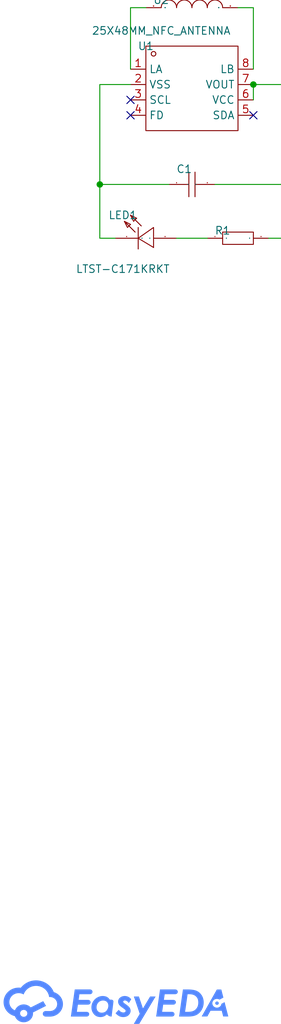
<source format=kicad_sch>
(kicad_sch
	(version 20250114)
	(generator "eeschema")
	(generator_version "9.0")
	(uuid "3a53d18b-4957-4351-8408-110e438aa850")
	(paper "User" 46.482 169.215)
	(lib_symbols
		(symbol "NFC Card3-easyedapro:25X48MM_NFC_ANTENNA"
			(exclude_from_sim no)
			(in_bom yes)
			(on_board yes)
			(property "Reference" ""
				(at 0 0 0)
				(effects
					(font
						(size 1.27 1.27)
					)
				)
			)
			(property "Value" ""
				(at 0 0 0)
				(effects
					(font
						(size 1.27 1.27)
					)
				)
			)
			(property "Footprint" "NFC Card3-easyedapro:25X48MM_NFC_ANTENNA"
				(at 0 0 0)
				(effects
					(font
						(size 1.27 1.27)
					)
					(hide yes)
				)
			)
			(property "Datasheet" ""
				(at 0 0 0)
				(effects
					(font
						(size 1.27 1.27)
					)
					(hide yes)
				)
			)
			(property "Description" ""
				(at 0 0 0)
				(effects
					(font
						(size 1.27 1.27)
					)
					(hide yes)
				)
			)
			(symbol "25X48MM_NFC_ANTENNA_1_0"
				(arc
					(start 0 5.08)
					(mid 1.27 3.81)
					(end 0 2.54)
					(stroke
						(width 0)
						(type default)
					)
					(fill
						(type none)
					)
				)
				(arc
					(start 0 2.54)
					(mid 1.27 1.27)
					(end 0 0)
					(stroke
						(width 0)
						(type default)
					)
					(fill
						(type none)
					)
				)
				(arc
					(start 0 0)
					(mid 1.27 -1.27)
					(end 0 -2.54)
					(stroke
						(width 0)
						(type default)
					)
					(fill
						(type none)
					)
				)
				(arc
					(start 0 -2.54)
					(mid 1.27 -3.81)
					(end 0 -5.08)
					(stroke
						(width 0)
						(type default)
					)
					(fill
						(type none)
					)
				)
				(pin bidirectional line
					(at 0 7.62 270)
					(length 2.54)
					(name "P$1"
						(effects
							(font
								(size 0.0254 0.0254)
							)
						)
					)
					(number "P$1"
						(effects
							(font
								(size 0.0254 0.0254)
							)
						)
					)
				)
				(pin bidirectional line
					(at 0 -7.62 90)
					(length 2.54)
					(name "P$2"
						(effects
							(font
								(size 0.0254 0.0254)
							)
						)
					)
					(number "P$2"
						(effects
							(font
								(size 0.0254 0.0254)
							)
						)
					)
				)
			)
			(embedded_fonts no)
		)
		(symbol "NFC Card3-easyedapro:CL10B224KA8NNNC"
			(exclude_from_sim no)
			(in_bom yes)
			(on_board yes)
			(property "Reference" ""
				(at 0 0 0)
				(effects
					(font
						(size 1.27 1.27)
					)
				)
			)
			(property "Value" "220nF"
				(at 0 0 0)
				(effects
					(font
						(size 1.27 1.27)
					)
					(hide yes)
				)
			)
			(property "Footprint" "NFC Card3-easyedapro:C0603"
				(at 0 0 0)
				(effects
					(font
						(size 1.27 1.27)
					)
					(hide yes)
				)
			)
			(property "Datasheet" "https://atta.szlcsc.com/upload/public/pdf/source/20160103/1457707705031.pdf"
				(at 0 0 0)
				(effects
					(font
						(size 1.27 1.27)
					)
					(hide yes)
				)
			)
			(property "Description" "容值:220nF;精度:±10%;额定电压:25V;材质(温度系数):X7R;"
				(at 0 0 0)
				(effects
					(font
						(size 1.27 1.27)
					)
					(hide yes)
				)
			)
			(property "Manufacturer Part" "CL10B224KA8NNNC"
				(at 0 0 0)
				(effects
					(font
						(size 1.27 1.27)
					)
					(hide yes)
				)
			)
			(property "Manufacturer" "SAMSUNG(三星)"
				(at 0 0 0)
				(effects
					(font
						(size 1.27 1.27)
					)
					(hide yes)
				)
			)
			(property "Supplier Part" "C21120"
				(at 0 0 0)
				(effects
					(font
						(size 1.27 1.27)
					)
					(hide yes)
				)
			)
			(property "Supplier" "LCSC"
				(at 0 0 0)
				(effects
					(font
						(size 1.27 1.27)
					)
					(hide yes)
				)
			)
			(property "LCSC Part Name" "220nF ±10% 25V"
				(at 0 0 0)
				(effects
					(font
						(size 1.27 1.27)
					)
					(hide yes)
				)
			)
			(symbol "CL10B224KA8NNNC_1_0"
				(polyline
					(pts
						(xy -1.27 0) (xy -0.508 0)
					)
					(stroke
						(width 0)
						(type default)
					)
					(fill
						(type none)
					)
				)
				(polyline
					(pts
						(xy -0.508 2.032) (xy -0.508 -2.032)
					)
					(stroke
						(width 0)
						(type default)
					)
					(fill
						(type none)
					)
				)
				(polyline
					(pts
						(xy 0.508 2.032) (xy 0.508 -2.032)
					)
					(stroke
						(width 0)
						(type default)
					)
					(fill
						(type none)
					)
				)
				(polyline
					(pts
						(xy 0.508 0) (xy 1.27 0)
					)
					(stroke
						(width 0)
						(type default)
					)
					(fill
						(type none)
					)
				)
				(pin input line
					(at -3.81 0 0)
					(length 2.54)
					(name "1"
						(effects
							(font
								(size 0.0254 0.0254)
							)
						)
					)
					(number "1"
						(effects
							(font
								(size 0.0254 0.0254)
							)
						)
					)
				)
				(pin input line
					(at 3.81 0 180)
					(length 2.54)
					(name "2"
						(effects
							(font
								(size 0.0254 0.0254)
							)
						)
					)
					(number "2"
						(effects
							(font
								(size 0.0254 0.0254)
							)
						)
					)
				)
			)
			(embedded_fonts no)
		)
		(symbol "NFC Card3-easyedapro:Drawing-Symbol_A4"
			(exclude_from_sim no)
			(in_bom yes)
			(on_board yes)
			(property "Reference" ""
				(at 0 0 0)
				(effects
					(font
						(size 1.27 1.27)
					)
				)
			)
			(property "Value" ""
				(at 0 0 0)
				(effects
					(font
						(size 1.27 1.27)
					)
				)
			)
			(property "Footprint" "NFC Card3-easyedapro:"
				(at 0 0 0)
				(effects
					(font
						(size 1.27 1.27)
					)
					(hide yes)
				)
			)
			(property "Datasheet" ""
				(at 0 0 0)
				(effects
					(font
						(size 1.27 1.27)
					)
					(hide yes)
				)
			)
			(property "Description" ""
				(at 0 0 0)
				(effects
					(font
						(size 1.27 1.27)
					)
					(hide yes)
				)
			)
			(symbol "Drawing-Symbol_A4_0_0"
				(polyline
					(pts
						(xy 130.5736 10.7068) (xy 130.7175 10.6973) (xy 130.8603 10.6814) (xy 131.0018 10.6594) (xy 131.1417 10.6313)
						(xy 131.2799 10.5971) (xy 131.4162 10.5569) (xy 131.5503 10.5109) (xy 131.6821 10.459) (xy 131.8113 10.4015)
						(xy 131.9378 10.3383) (xy 132.0613 10.2695) (xy 132.1817 10.1952) (xy 132.2987 10.1155) (xy 132.4122 10.0305)
						(xy 132.5218 9.9402) (xy 132.591 9.8787) (xy 132.6579 9.8154) (xy 132.7227 9.7504) (xy 132.7853 9.6838)
						(xy 132.8457 9.6156) (xy 132.9038 9.5459) (xy 132.9596 9.4746) (xy 133.0131 9.4019) (xy 133.0642 9.3278)
						(xy 133.113 9.2523) (xy 133.1594 9.1755) (xy 133.2034 9.0974) (xy 133.2449 9.0181) (xy 133.2839 8.9376)
						(xy 133.3204 8.856) (xy 133.3544 8.7732) (xy 133.5163 8.7174) (xy 133.672 8.6498) (xy 133.821 8.5711)
						(xy 133.9625 8.4819) (xy 134.0961 8.3826) (xy 134.2212 8.2739) (xy 134.3371 8.1563) (xy 134.4433 8.0305)
						(xy 134.5393 7.8969) (xy 134.6243 7.7562) (xy 134.6978 7.6089) (xy 134.7593 7.4557) (xy 134.8082 7.297)
						(xy 134.8438 7.1334) (xy 134.8565 7.05) (xy 134.8656 6.9656) (xy 134.8711 6.8802) (xy 134.873 6.794)
						(xy 134.8706 6.696) (xy 134.8635 6.5987) (xy 134.8517 6.5023) (xy 134.8352 6.4068) (xy 134.8142 6.3124)
						(xy 134.7887 6.2192) (xy 134.7588 6.1274) (xy 134.7244 6.0371) (xy 134.6858 5.9484) (xy 134.6428 5.8614)
						(xy 134.5957 5.7763) (xy 134.5443 5.6933) (xy 134.4889 5.6124) (xy 134.4294 5.5338) (xy 134.366 5.4575)
						(xy 134.2986 5.3838) (xy 134.2281 5.3136) (xy 134.1547 5.247) (xy 134.0785 5.184) (xy 133.9996 5.1247)
						(xy 133.9181 5.0691) (xy 133.8342 5.0173) (xy 133.748 4.9693) (xy 133.6596 4.9253) (xy 133.5692 4.8852)
						(xy 133.477 4.8492) (xy 133.383 4.8173) (xy 133.2874 4.7895) (xy 133.1903 4.766) (xy 133.0919 4.7467)
						(xy 132.9923 4.7317) (xy 132.8916 4.7211) (xy 132.8497 4.7167) (xy 132.8079 4.7167) (xy 131.9823 4.7167)
						(xy 131.9823 4.7211) (xy 131.9591 4.7235) (xy 131.9363 4.727) (xy 131.9138 4.7314) (xy 131.8917 4.7368)
						(xy 131.8701 4.7431) (xy 131.8489 4.7504) (xy 131.8281 4.7585) (xy 131.8079 4.7676) (xy 131.7882 4.7775)
						(xy 131.769 4.7882) (xy 131.7504 4.7997) (xy 131.7324 4.812) (xy 131.715 4.825) (xy 131.6983 4.8388)
						(xy 131.6822 4.8532) (xy 131.6669 4.8684) (xy 131.6523 4.8842) (xy 131.6384 4.9006) (xy 131.6253 4.9177)
						(xy 131.613 4.9353) (xy 131.6016 4.9535) (xy 131.591 4.9722) (xy 131.5813 4.9914) (xy 131.5725 5.0111)
						(xy 131.5646 5.0312) (xy 131.5578 5.0518) (xy 131.5519 5.0728) (xy 131.547 5.0942) (xy 131.5431 5.1159)
						(xy 131.5403 5.138) (xy 131.5387 5.1603) (xy 131.5381 5.183) (xy 131.5387 5.2069) (xy 131.5406 5.2305)
						(xy 131.5437 5.2538) (xy 131.5479 5.2766) (xy 131.5533 5.2991) (xy 131.5598 5.3211) (xy 131.5674 5.3427)
						(xy 131.5761 5.3638) (xy 131.5857 5.3843) (xy 131.5964 5.4044) (xy 131.6081 5.4238) (xy 131.6206 5.4426)
						(xy 131.6341 5.4608) (xy 131.6485 5.4784) (xy 131.6637 5.4952) (xy 131.6797 5.5113) (xy 131.6965 5.5267)
						(xy 131.714 5.5412) (xy 131.7323 5.555) (xy 131.7512 5.5679) (xy 131.7709 5.58) (xy 131.7911 5.5912)
						(xy 131.812 5.6014) (xy 131.8334 5.6107) (xy 131.8554 5.619) (xy 131.8779 5.6263) (xy 131.9008 5.6325)
						(xy 131.9242 5.6377) (xy 131.9481 5.6418) (xy 131.9723 5.6447) (xy 131.9969 5.6465) (xy 132.0218 5.6471)
						(xy 132.034 5.647) (xy 132.0462 5.6467) (xy 132.0583 5.6461) (xy 132.0704 5.6452) (xy 132.0823 5.644)
						(xy 132.0941 5.6424) (xy 132.1057 5.6405) (xy 132.1172 5.6382) (xy 132.8079 5.6382) (xy 132.8655 5.6443)
						(xy 132.9222 5.653) (xy 132.9781 5.6641) (xy 133.0329 5.6777) (xy 133.0868 5.6937) (xy 133.1395 5.7119)
						(xy 133.1911 5.7324) (xy 133.2414 5.7551) (xy 133.2905 5.7799) (xy 133.3382 5.8068) (xy 133.3845 5.8356)
						(xy 133.4292 5.8664) (xy 133.4725 5.8991) (xy 133.5141 5.9336) (xy 133.554 5.9698) (xy 133.5922 6.0078)
						(xy 133.6285 6.0473) (xy 133.663 6.0884) (xy 133.6956 6.1311) (xy 133.7261 6.1751) (xy 133.7546 6.2206)
						(xy 133.7809 6.2674) (xy 133.805 6.3154) (xy 133.8269 6.3646) (xy 133.8464 6.415) (xy 133.8636 6.4664)
						(xy 133.8783 6.5188) (xy 133.8904 6.5722) (xy 133.9 6.6265) (xy 133.9069 6.6816) (xy 133.9111 6.7375)
						(xy 133.9125 6.794) (xy 133.9109 6.8537) (xy 133.9063 6.9126) (xy 133.8986 6.9706) (xy 133.8879 7.0278)
						(xy 133.8744 7.0839) (xy 133.8581 7.1389) (xy 133.8391 7.1928) (xy 133.8174 7.2455) (xy 133.7932 7.2969)
						(xy 133.7665 7.3469) (xy 133.7373 7.3955) (xy 133.7059 7.4426) (xy 133.6721 7.4881) (xy 133.6362 7.5319)
						(xy 133.5982 7.574) (xy 133.5582 7.6143) (xy 133.5162 7.6528) (xy 133.4723 7.6892) (xy 133.4266 7.7237)
						(xy 133.3792 7.7561) (xy 133.3301 7.7863) (xy 133.2794 7.8142) (xy 133.2273 7.8398) (xy 133.1737 7.8631)
						(xy 133.1188 7.8839) (xy 133.0627 7.9021) (xy 133.0053 7.9178) (xy 132.9468 7.9307) (xy 132.8873 7.9409)
						(xy 132.8268 7.9483) (xy 132.7654 7.9528) (xy 132.7032 7.9543) (xy 132.6884 7.9542) (xy 132.6736 7.9539)
						(xy 132.6587 7.9534) (xy 132.6439 7.9527) (xy 132.6291 7.9517) (xy 132.6143 7.9506) (xy 132.5994 7.9492)
						(xy 132.5846 7.9476) (xy 132.5707 8.0442) (xy 132.5523 8.1393) (xy 132.5295 8.2329) (xy 132.5024 8.3248)
						(xy 132.471 8.415) (xy 132.4355 8.5032) (xy 132.3961 8.5895) (xy 132.3527 8.6737) (xy 132.3056 8.7557)
						(xy 132.2548 8.8354) (xy 132.2005 8.9127) (xy 132.1427 8.9875) (xy 132.0815 9.0596) (xy 132.0171 9.1291)
						(xy 131.9496 9.1957) (xy 131.8791 9.2594) (xy 131.8056 9.32) (xy 131.7294 9.3775) (xy 131.6505 9.4318)
						(xy 131.569 9.4827) (xy 131.485 9.5301) (xy 131.3986 9.5739) (xy 131.31 9.6141) (xy 131.2192 9.6505)
						(xy 131.1264 9.683) (xy 131.0317 9.7116) (xy 130.9351 9.736) (xy 130.8369 9.7562) (xy 130.737 9.7721)
						(xy 130.6356 9.7836) (xy 130.5328 9.7906) (xy 130.4288 9.7929) (xy 130.3394 9.7912) (xy 130.2509 9.786)
						(xy 130.1634 9.7775) (xy 130.077 9.7656) (xy 129.9917 9.7506) (xy 129.9076 9.7323) (xy 129.8247 9.711)
						(xy 129.7432 9.6866) (xy 129.6631 9.6592) (xy 129.5845 9.629) (xy 129.5074 9.5959) (xy 129.4319 9.5601)
						(xy 129.3582 9.5216) (xy 129.2861 9.4804) (xy 129.216 9.4367) (xy 129.1477 9.3905) (xy 129.0814 9.3418)
						(xy 129.0171 9.2908) (xy 128.9549 9.2376) (xy 128.8949 9.1821) (xy 128.8372 9.1244) (xy 128.7818 9.0646)
						(xy 128.7287 9.0029) (xy 128.6782 8.9391) (xy 128.6301 8.8735) (xy 128.5847 8.8061) (xy 128.5419 8.7369)
						(xy 128.5019 8.6661) (xy 128.4647 8.5936) (xy 128.4304 8.5196) (xy 128.399 8.444) (xy 128.3706 8.3671)
						(xy 128.3256 8.3932) (xy 128.2797 8.4178) (xy 128.2327 8.441) (xy 128.1848 8.4626) (xy 128.1361 8.4827)
						(xy 128.0865 8.5012) (xy 128.0361 8.5181) (xy 127.9849 8.5334) (xy 127.9329 8.547) (xy 127.8803 8.5588)
						(xy 127.827 8.569) (xy 127.7731 8.5774) (xy 127.7186 8.5839) (xy 127.6636 8.5887) (xy 127.608 8.5915)
						(xy 127.552 8.5925) (xy 127.4725 8.5906) (xy 127.394 8.5848) (xy 127.3167 8.5754) (xy 127.2406 8.5623)
						(xy 127.1659 8.5457) (xy 127.0926 8.5257) (xy 127.0208 8.5024) (xy 126.9507 8.4758) (xy 126.8823 8.4461)
						(xy 126.8157 8.4133) (xy 126.751 8.3776) (xy 126.6884 8.339) (xy 126.6278 8.2977) (xy 126.5695 8.2536)
						(xy 126.5135 8.207) (xy 126.4599 8.1579) (xy 126.4087 8.1064) (xy 126.3602 8.0527) (xy 126.3144 7.9967)
						(xy 126.2714 7.9386) (xy 126.2312 7.8784) (xy 126.1941 7.8164) (xy 126.16 7.7525) (xy 126.1291 7.6869)
						(xy 126.1015 7.6197) (xy 126.0772 7.5509) (xy 126.0564 7.4806) (xy 126.0392 7.409) (xy 126.0256 7.3361)
						(xy 126.0158 7.2621) (xy 126.0098 7.187) (xy 126.0078 7.1109) (xy 126.0089 7.0542) (xy 126.0122 6.9982)
						(xy 126.0177 6.9426) (xy 126.0253 6.8878) (xy 126.0349 6.8335) (xy 126.0466 6.78) (xy 126.0603 6.7272)
						(xy 126.0759 6.6752) (xy 126.0935 6.624) (xy 126.1129 6.5736) (xy 126.1341 6.5241) (xy 126.1572 6.4755)
						(xy 126.182 6.4279) (xy 126.2085 6.3813) (xy 126.2367 6.3357) (xy 126.2665 6.2911) (xy 126.298 6.2477)
						(xy 126.3309 6.2054) (xy 126.3654 6.1643) (xy 126.4014 6.1245) (xy 126.4388 6.0858) (xy 126.4776 6.0485)
						(xy 126.5177 6.0125) (xy 126.5592 5.9778) (xy 126.6019 5.9446) (xy 126.6459 5.9128) (xy 126.6911 5.8824)
						(xy 126.7374 5.8536) (xy 126.7848 5.8264) (xy 126.8333 5.8007) (xy 126.8829 5.7766) (xy 126.9334 5.7542)
						(xy 126.9776 5.8594) (xy 127.0298 5.9604) (xy 127.0896 6.057) (xy 127.1566 6.1486) (xy 127.2304 6.2351)
						(xy 127.3106 6.3159) (xy 127.3969 6.3908) (xy 127.4889 6.4593) (xy 127.5863 6.5212) (xy 127.6885 6.576)
						(xy 127.7953 6.6234) (xy 127.9063 6.6629) (xy 128.0211 6.6944) (xy 128.1394 6.7173) (xy 128.2606 6.7313)
						(xy 128.3223 6.7348) (xy 128.3846 6.736) (xy 128.4704 6.7338) (xy 128.5549 6.7271) (xy 128.6381 6.7161)
						(xy 128.7199 6.7009) (xy 128.8 6.6816) (xy 128.8785 6.6584) (xy 128.955 6.6313) (xy 129.0296 6.6005)
						(xy 129.1022 6.566) (xy 129.1724 6.5281) (xy 129.2404 6.4869) (xy 129.3058 6.4423) (xy 129.3687 6.3946)
						(xy 129.4288 6.344) (xy 129.4861 6.2904) (xy 129.5404 6.234) (xy 131.6055 7.2738) (xy 132.0776 6.4883)
						(xy 129.9172 5.3995) (xy 129.9188 5.3818) (xy 129.9202 5.364) (xy 129.9214 5.346) (xy 129.9224 5.3281)
						(xy 129.9231 5.3101) (xy 129.9237 5.2921) (xy 129.924 5.2743) (xy 129.9241 5.2566) (xy 129.9221 5.1808)
						(xy 129.9162 5.1058) (xy 129.9064 5.032) (xy 129.8928 4.9593) (xy 129.8756 4.8879) (xy 129.8548 4.8179)
						(xy 129.8305 4.7493) (xy 129.8029 4.6823) (xy 129.7721 4.6168) (xy 129.738 4.5532) (xy 129.7009 4.4913)
						(xy 129.6608 4.4314) (xy 129.6179 4.3734) (xy 129.5721 4.3176) (xy 129.5237 4.264) (xy 129.4727 4.2127)
						(xy 129.4192 4.1637) (xy 129.3633 4.1173) (xy 129.3051 4.0734) (xy 129.2447 4.0321) (xy 129.1823 3.9937)
						(xy 129.1178 3.9581) (xy 129.0514 3.9254) (xy 128.9832 3.8958) (xy 128.9134 3.8693) (xy 128.8419 3.846)
						(xy 128.7689 3.8261) (xy 128.6944 3.8096) (xy 128.6187 3.7966) (xy 128.5418 3.7871) (xy 128.4637 3.7814)
						(xy 128.3846 3.7795) (xy 128.3214 3.7807) (xy 128.2589 3.7844) (xy 128.1971 3.7904) (xy 128.136 3.7988)
						(xy 128.0757 3.8094) (xy 128.0163 3.8223) (xy 127.9577 3.8373) (xy 127.9 3.8545) (xy 127.8434 3.8738)
						(xy 127.7877 3.8952) (xy 127.7332 3.9185) (xy 127.6798 3.9438) (xy 127.6276 3.971) (xy 127.5766 4)
						(xy 127.5269 4.0308) (xy 127.4785 4.0634) (xy 127.4315 4.0978) (xy 127.3859 4.1337) (xy 127.3418 4.1713)
						(xy 127.2993 4.2105) (xy 127.2583 4.2512) (xy 127.219 4.2934) (xy 127.1814 4.337) (xy 127.1454 4.382)
						(xy 127.1113 4.4283) (xy 127.079 4.4759) (xy 127.0486 4.5247) (xy 127.0201 4.5747) (xy 126.9936 4.6259)
						(xy 126.9691 4.6782) (xy 126.9467 4.7315) (xy 126.9264 4.7858) (xy 126.8384 4.8091) (xy 126.7516 4.8355)
						(xy 126.6659 4.8648) (xy 126.5815 4.8971) (xy 126.4984 4.9323) (xy 126.4168 4.9704) (xy 126.3367 5.0113)
						(xy 126.2581 5.055) (xy 126.1812 5.1014) (xy 126.1061 5.1506) (xy 126.0328 5.2024) (xy 125.9616 5.2566)
						(xy 127.7892 5.2566) (xy 127.79 5.2273) (xy 127.7923 5.1984) (xy 127.7961 5.1699) (xy 127.8014 5.1418)
						(xy 127.808 5.1142) (xy 127.8161 5.0871) (xy 127.8255 5.0606) (xy 127.8361 5.0347) (xy 127.8481 5.0094)
						(xy 127.8613 4.9848) (xy 127.8756 4.9608) (xy 127.8911 4.9376) (xy 127.9078 4.9152) (xy 127.9255 4.8937)
						(xy 127.9442 4.8729) (xy 127.9639 4.8531) (xy 127.9846 4.8341) (xy 128.0063 4.8161) (xy 128.0288 4.7992)
						(xy 128.0521 4.7832) (xy 128.0763 4.7683) (xy 128.1012 4.7545) (xy 128.1269 4.7419) (xy 128.1532 4.7304)
						(xy 128.1802 4.7202) (xy 128.2079 4.7112) (xy 128.2361 4.7035) (xy 128.2649 4.6971) (xy 128.2941 4.692)
						(xy 128.3239 4.6884) (xy 128.354 4.6862) (xy 128.3846 4.6854) (xy 128.4151 4.6862) (xy 128.4453 4.6884)
						(xy 128.475 4.692) (xy 128.5043 4.6971) (xy 128.5331 4.7035) (xy 128.5613 4.7112) (xy 128.5889 4.7202)
						(xy 128.6159 4.7304) (xy 128.6423 4.7419) (xy 128.668 4.7545) (xy 128.6929 4.7683) (xy 128.7171 4.7832)
						(xy 128.7404 4.7992) (xy 128.7629 4.8161) (xy 128.7845 4.8341) (xy 128.8052 4.8531) (xy 128.825 4.8729)
						(xy 128.8437 4.8937) (xy 128.8614 4.9152) (xy 128.878 4.9376) (xy 128.8935 4.9608) (xy 128.9079 4.9848)
						(xy 128.9211 5.0094) (xy 128.933 5.0347) (xy 128.9437 5.0606) (xy 128.9531 5.0871) (xy 128.9611 5.1142)
						(xy 128.9678 5.1418) (xy 128.9731 5.1699) (xy 128.9769 5.1984) (xy 128.9792 5.2273) (xy 128.9799 5.2566)
						(xy 128.9792 5.286) (xy 128.9769 5.3149) (xy 128.9731 5.3434) (xy 128.9678 5.3715) (xy 128.9611 5.3991)
						(xy 128.9531 5.4262) (xy 128.9437 5.4527) (xy 128.933 5.4786) (xy 128.9211 5.5039) (xy 128.9079 5.5285)
						(xy 128.8935 5.5525) (xy 128.878 5.5756) (xy 128.8614 5.598) (xy 128.8437 5.6196) (xy 128.825 5.6404)
						(xy 128.8052 5.6602) (xy 128.7845 5.6792) (xy 128.7629 5.6972) (xy 128.7404 5.7141) (xy 128.7171 5.7301)
						(xy 128.6929 5.745) (xy 128.668 5.7588) (xy 128.6423 5.7714) (xy 128.6159 5.7829) (xy 128.5889 5.7931)
						(xy 128.5613 5.8021) (xy 128.5331 5.8098) (xy 128.5043 5.8162) (xy 128.475 5.8213) (xy 128.4453 5.8249)
						(xy 128.4151 5.8271) (xy 128.3846 5.8279) (xy 128.354 5.8271) (xy 128.3239 5.8249) (xy 128.2941 5.8213)
						(xy 128.2649 5.8162) (xy 128.2361 5.8098) (xy 128.2079 5.8021) (xy 128.1802 5.7931) (xy 128.1532 5.7829)
						(xy 128.1269 5.7714) (xy 128.1012 5.7588) (xy 128.0763 5.745) (xy 128.0521 5.7301) (xy 128.0288 5.7141)
						(xy 128.0063 5.6972) (xy 127.9846 5.6792) (xy 127.9639 5.6602) (xy 127.9442 5.6404) (xy 127.9255 5.6196)
						(xy 127.9078 5.598) (xy 127.8911 5.5756) (xy 127.8756 5.5525) (xy 127.8613 5.5285) (xy 127.8481 5.5039)
						(xy 127.8361 5.4786) (xy 127.8255 5.4527) (xy 127.8161 5.4262) (xy 127.808 5.3991) (xy 127.8014 5.3715)
						(xy 127.7961 5.3434) (xy 127.7923 5.3149) (xy 127.79 5.286) (xy 127.7892 5.2566) (xy 125.9616 5.2566)
						(xy 125.9614 5.2568) (xy 125.8919 5.3138) (xy 125.8245 5.3734) (xy 125.7592 5.4354) (xy 125.6962 5.4999)
						(xy 125.6203 5.5842) (xy 125.5489 5.6714) (xy 125.482 5.7613) (xy 125.4196 5.8538) (xy 125.3618 5.9488)
						(xy 125.3087 6.046) (xy 125.2604 6.1453) (xy 125.2168 6.2465) (xy 125.1782 6.3496) (xy 125.1445 6.4543)
						(xy 125.1158 6.5605) (xy 125.0922 6.6681) (xy 125.0737 6.7768) (xy 125.0604 6.8866) (xy 125.0524 6.9973)
						(xy 125.0497 7.1087) (xy 125.0527 7.2286) (xy 125.0618 7.3475) (xy 125.0768 7.4652) (xy 125.0978 7.5814)
						(xy 125.1245 7.696) (xy 125.157 7.8089) (xy 125.1952 7.9199) (xy 125.2389 8.0288) (xy 125.2882 8.1355)
						(xy 125.343 8.2398) (xy 125.4031 8.3416) (xy 125.4686 8.4407) (xy 125.5393 8.5369) (xy 125.6152 8.63)
						(xy 125.6962 8.72) (xy 125.7822 8.8067) (xy 125.8726 8.8892) (xy 125.9665 8.9669) (xy 126.0637 9.0398)
						(xy 126.1641 9.1076) (xy 126.2675 9.1704) (xy 126.3737 9.2281) (xy 126.4825 9.2807) (xy 126.5939 9.328)
						(xy 126.7075 9.37) (xy 126.8232 9.4066) (xy 126.9409 9.4378) (xy 127.0603 9.4634) (xy 127.1813 9.4835)
						(xy 127.3037 9.4979) (xy 127.4273 9.5066) (xy 127.552 9.5096) (xy 127.5973 9.5092) (xy 127.6423 9.5079)
						(xy 127.6871 9.5059) (xy 127.7317 9.5032) (xy 127.776 9.4997) (xy 127.8202 9.4954) (xy 127.8641 9.4906)
						(xy 127.9078 9.485) (xy 127.9432 9.5307) (xy 127.9794 9.5757) (xy 128.0166 9.62) (xy 128.0547 9.6636)
						(xy 128.0937 9.7065) (xy 128.1336 9.7487) (xy 128.1743 9.7901) (xy 128.216 9.8309) (xy 128.2585 9.8709)
						(xy 128.3019 9.9102) (xy 128.3461 9.9487) (xy 128.3912 9.9864) (xy 128.4371 10.0235) (xy 128.4839 10.0597)
						(xy 128.5315 10.0952) (xy 128.5799 10.1299) (xy 128.6823 10.1989) (xy 128.7868 10.2637) (xy 128.8935 10.3243)
						(xy 129.0022 10.3806) (xy 129.1129 10.4325) (xy 129.2254 10.4801) (xy 129.3397 10.5234) (xy 129.4555 10.5622)
						(xy 129.5729 10.5966) (xy 129.6917 10.6265) (xy 129.8119 10.6519) (xy 129.9332 10.6727) (xy 130.0557 10.689)
						(xy 130.1792 10.7007) (xy 130.3036 10.7077) (xy 130.4288 10.71) (xy 130.5736 10.7068)
					)
					(stroke
						(width -0.0001)
						(type solid)
					)
					(fill
						(type color)
						(color 85 136 255 1)
					)
				)
				(polyline
					(pts
						(xy 139.3687 9.21) (xy 139.3896 9.2085) (xy 139.4103 9.206) (xy 139.4307 9.2025) (xy 139.4507 9.198)
						(xy 139.4703 9.1927) (xy 139.4895 9.1864) (xy 139.5083 9.1793) (xy 139.5266 9.1713) (xy 139.5444 9.1625)
						(xy 139.5618 9.1529) (xy 139.5786 9.1426) (xy 139.5948 9.1315) (xy 139.6105 9.1197) (xy 139.6255 9.1071)
						(xy 139.6399 9.094) (xy 139.6536 9.0802) (xy 139.6666 9.0657) (xy 139.6789 9.0507) (xy 139.6905 9.0352)
						(xy 139.7013 9.019) (xy 139.7113 9.0024) (xy 139.7205 8.9853) (xy 139.7288 8.9677) (xy 139.7362 8.9497)
						(xy 139.7427 8.9312) (xy 139.7483 8.9124) (xy 139.753 8.8932) (xy 139.7566 8.8737) (xy 139.7592 8.8539)
						(xy 139.7609 8.8338) (xy 139.7614 8.8134) (xy 139.7609 8.793) (xy 139.7592 8.7729) (xy 139.7566 8.7531)
						(xy 139.753 8.7335) (xy 139.7483 8.7144) (xy 139.7427 8.6955) (xy 139.7362 8.6771) (xy 139.7288 8.6591)
						(xy 139.7205 8.6415) (xy 139.7113 8.6244) (xy 139.7013 8.6077) (xy 139.6905 8.5916) (xy 139.6789 8.576)
						(xy 139.6666 8.561) (xy 139.6536 8.5466) (xy 139.6399 8.5328) (xy 139.6255 8.5196) (xy 139.6105 8.5071)
						(xy 139.5948 8.4953) (xy 139.5786 8.4842) (xy 139.5618 8.4739) (xy 139.5444 8.4643) (xy 139.5266 8.4555)
						(xy 139.5083 8.4475) (xy 139.4895 8.4404) (xy 139.4703 8.4341) (xy 139.4507 8.4288) (xy 139.4307 8.4243)
						(xy 139.4103 8.4208) (xy 139.3896 8.4183) (xy 139.3687 8.4167) (xy 139.3474 8.4162) (xy 137.6009 8.414)
						(xy 137.466 7.4835) (xy 139.1033 7.4835) (xy 139.1214 7.4802) (xy 139.1393 7.4761) (xy 139.1569 7.4713)
						(xy 139.1741 7.4658) (xy 139.191 7.4596) (xy 139.2075 7.4527) (xy 139.2237 7.4451) (xy 139.2394 7.4369)
						(xy 139.2547 7.4281) (xy 139.2695 7.4186) (xy 139.2839 7.4085) (xy 139.2978 7.3979) (xy 139.3111 7.3867)
						(xy 139.324 7.375) (xy 139.3363 7.3627) (xy 139.348 7.3499) (xy 139.3592 7.3367) (xy 139.3697 7.3229)
						(xy 139.3796 7.3087) (xy 139.3889 7.2941) (xy 139.3975 7.279) (xy 139.4054 7.2636) (xy 139.4127 7.2478)
						(xy 139.4192 7.2316) (xy 139.4249 7.215) (xy 139.4299 7.1981) (xy 139.4341 7.1809) (xy 139.4375 7.1634)
						(xy 139.4401 7.1456) (xy 139.4419 7.1276) (xy 139.4428 7.1093) (xy 139.4428 7.0908) (xy 139.4422 7.0704)
						(xy 139.4406 7.0503) (xy 139.438 7.0305) (xy 139.4343 7.011) (xy 139.4297 6.9918) (xy 139.4241 6.9729)
						(xy 139.4176 6.9545) (xy 139.4102 6.9365) (xy 139.4018 6.9189) (xy 139.3927 6.9018) (xy 139.3827 6.8852)
						(xy 139.3719 6.869) (xy 139.3603 6.8535) (xy 139.348 6.8384) (xy 139.335 6.824) (xy 139.3213 6.8102)
						(xy 139.3069 6.797) (xy 139.2919 6.7845) (xy 139.2762 6.7727) (xy 139.26 6.7616) (xy 139.2432 6.7513)
						(xy 139.2258 6.7417) (xy 139.208 6.7329) (xy 139.1897 6.7249) (xy 139.1709 6.7178) (xy 139.1517 6.7115)
						(xy 139.132 6.7062) (xy 139.1121 6.7017) (xy 139.0917 6.6982) (xy 139.071 6.6957) (xy 139.0501 6.6941)
						(xy 139.0288 6.6936) (xy 137.3474 6.6959) (xy 137.1753 5.5066) (xy 138.8079 5.5088) (xy 138.8289 5.5083)
						(xy 138.8497 5.5068) (xy 138.8701 5.5043) (xy 138.8903 5.5008) (xy 138.91 5.4964) (xy 138.9294 5.4911)
						(xy 138.9484 5.4849) (xy 138.967 5.4779) (xy 138.9851 5.47) (xy 139.0028 5.4613) (xy 139.0199 5.4518)
						(xy 139.0365 5.4416) (xy 139.0526 5.4306) (xy 139.0681 5.419) (xy 139.0829 5.4066) (xy 139.0971 5.3936)
						(xy 139.1107 5.3799) (xy 139.1236 5.3657) (xy 139.1358 5.3508) (xy 139.1472 5.3354) (xy 139.1578 5.3195)
						(xy 139.1677 5.3031) (xy 139.1768 5.2861) (xy 139.185 5.2687) (xy 139.1923 5.2509) (xy 139.1988 5.2327)
						(xy 139.2043 5.2141) (xy 139.2089 5.1951) (xy 139.2125 5.1758) (xy 139.2151 5.1562) (xy 139.2167 5.1362)
						(xy 139.2172 5.1161) (xy 139.2167 5.0963) (xy 139.2151 5.0768) (xy 139.2126 5.0576) (xy 139.2091 5.0386)
						(xy 139.2046 5.02) (xy 139.1992 5.0017) (xy 139.1929 4.9838) (xy 139.1858 4.9663) (xy 139.1778 4.9491)
						(xy 139.1689 4.9325) (xy 139.1593 4.9163) (xy 139.1489 4.9005) (xy 139.1377 4.8853) (xy 139.1259 4.8707)
						(xy 139.1133 4.8565) (xy 139.1001 4.843) (xy 139.0862 4.8301) (xy 139.0716 4.8178) (xy 139.0565 4.8062)
						(xy 139.0409 4.7952) (xy 139.0246 4.785) (xy 139.0079 4.7754) (xy 138.9906 4.7667) (xy 138.9729 4.7587)
						(xy 138.9547 4.7515) (xy 138.9362 4.7451) (xy 138.9172 4.7396) (xy 138.8978 4.735) (xy 138.8781 4.7312)
						(xy 138.8581 4.7284) (xy 138.8378 4.7265) (xy 138.8172 4.7256) (xy 136.1846 4.7256) (xy 136.8265 9.2106)
						(xy 139.3474 9.2106) (xy 139.3687 9.21)
					)
					(stroke
						(width -0.0001)
						(type solid)
					)
					(fill
						(type color)
						(color 85 136 255 1)
					)
				)
				(polyline
					(pts
						(xy 141.493 8.1234) (xy 141.5354 8.1217) (xy 141.5789 8.119) (xy 141.6233 8.1151) (xy 141.6684 8.1102)
						(xy 141.7139 8.1041) (xy 141.7595 8.097) (xy 141.805 8.0888) (xy 141.8501 8.0794) (xy 141.8946 8.069)
						(xy 141.9382 8.0575) (xy 141.9806 8.0448) (xy 142.0216 8.0311) (xy 142.0609 8.0163) (xy 142.0983 8.0004)
						(xy 142.1335 7.9833) (xy 142.1667 7.9653) (xy 142.1992 7.9462) (xy 142.231 7.9261) (xy 142.2621 7.9051)
						(xy 142.2925 7.883) (xy 142.3222 7.8599) (xy 142.3512 7.8358) (xy 142.3794 7.8107) (xy 142.407 7.7846)
						(xy 142.4338 7.7574) (xy 142.46 7.7292) (xy 142.4854 7.7) (xy 142.5101 7.6697) (xy 142.5341 7.6385)
						(xy 142.5574 7.6061) (xy 142.58 7.5728) (xy 142.6102 7.5192) (xy 142.9009 7.5192) (xy 142.9176 7.5186)
						(xy 142.9341 7.5172) (xy 142.9503 7.5151) (xy 142.9663 7.5122) (xy 142.9819 7.5086) (xy 142.9973 7.5043)
						(xy 143.0123 7.4993) (xy 143.027 7.4936) (xy 143.0413 7.4873) (xy 143.0553 7.4804) (xy 143.0688 7.4728)
						(xy 143.0819 7.4647) (xy 143.0946 7.456) (xy 143.1068 7.4467) (xy 143.1185 7.4369) (xy 143.1297 7.4266)
						(xy 143.1404 7.4158) (xy 143.1506 7.4045) (xy 143.1601 7.3928) (xy 143.1691 7.3806) (xy 143.1775 7.368)
						(xy 143.1853 7.355) (xy 143.1924 7.3416) (xy 143.1989 7.3278) (xy 143.2047 7.3137) (xy 143.2097 7.2993)
						(xy 143.2141 7.2845) (xy 143.2177 7.2695) (xy 143.2205 7.2542) (xy 143.2225 7.2386) (xy 143.2238 7.2228)
						(xy 143.2242 7.2068) (xy 143.2289 7.2068) (xy 142.9335 4.8215) (xy 142.9219 4.7256) (xy 142.8382 4.7256)
						(xy 142.8043 4.7283) (xy 142.7708 4.7323) (xy 142.7377 4.7374) (xy 142.705 4.7438) (xy 142.6728 4.7513)
						(xy 142.641 4.7599) (xy 142.6096 4.7697) (xy 142.5789 4.7805) (xy 142.5486 4.7925) (xy 142.5189 4.8055)
						(xy 142.4899 4.8195) (xy 142.4614 4.8345) (xy 142.4336 4.8505) (xy 142.4065 4.8674) (xy 142.3801 4.8853)
						(xy 142.3544 4.9041) (xy 142.3516 4.9057) (xy 142.3444 4.9111) (xy 142.3193 4.931) (xy 142.2443 4.9925)
						(xy 142.1358 5.0826) (xy 142.1015 5.0522) (xy 142.0675 5.0231) (xy 142.0337 4.9951) (xy 142.0002 4.9684)
						(xy 141.967 4.9428) (xy 141.934 4.9184) (xy 141.9014 4.8952) (xy 141.869 4.8731) (xy 141.8368 4.8523)
						(xy 141.805 4.8326) (xy 141.7734 4.8141) (xy 141.7421 4.7967) (xy 141.711 4.7806) (xy 141.6803 4.7655)
						(xy 141.6498 4.7517) (xy 141.6195 4.739) (xy 141.5892 4.7268) (xy 141.5585 4.7155) (xy 141.5273 4.7051)
						(xy 141.4957 4.6954) (xy 141.4636 4.6865) (xy 141.431 4.6785) (xy 141.3981 4.6712) (xy 141.3646 4.6648)
						(xy 141.3307 4.6591) (xy 141.2963 4.6542) (xy 141.2614 4.6501) (xy 141.2261 4.6467) (xy 141.1903 4.6441)
						(xy 141.154 4.6423) (xy 141.1173 4.6412) (xy 141.08 4.6408) (xy 140.9952 4.6427) (xy 140.9126 4.6483)
						(xy 140.8321 4.6578) (xy 140.7539 4.671) (xy 140.6778 4.6879) (xy 140.604 4.7087) (xy 140.5323 4.7332)
						(xy 140.4629 4.7616) (xy 140.3956 4.7937) (xy 140.3306 4.8296) (xy 140.2677 4.8693) (xy 140.2071 4.9128)
						(xy 140.1488 4.9602) (xy 140.0926 5.0113) (xy 140.0387 5.0662) (xy 139.987 5.125) (xy 139.938 5.1863)
						(xy 139.8921 5.2487) (xy 139.8495 5.3124) (xy 139.8099 5.3773) (xy 139.7736 5.4434) (xy 139.7404 5.5108)
						(xy 139.7104 5.5793) (xy 139.6835 5.6491) (xy 139.6598 5.7201) (xy 139.6392 5.7923) (xy 139.6218 5.8658)
						(xy 139.6076 5.9405) (xy 139.5965 6.0165) (xy 139.5886 6.0937) (xy 139.5839 6.1721) (xy 139.5827 6.2317)
						(xy 140.4288 6.2317) (xy 140.4298 6.1838) (xy 140.4326 6.137) (xy 140.4372 6.0913) (xy 140.4437 6.0469)
						(xy 140.4521 6.0035) (xy 140.4623 5.9614) (xy 140.4744 5.9204) (xy 140.4884 5.8806) (xy 140.5043 5.842)
						(xy 140.5221 5.8045) (xy 140.5417 5.7682) (xy 140.5633 5.7331) (xy 140.5867 5.6992) (xy 140.612 5.6665)
						(xy 140.6392 5.635) (xy 140.6684 5.6047) (xy 140.699 5.5756) (xy 140.7306 5.5484) (xy 140.7633 5.523)
						(xy 140.797 5.4997) (xy 140.8318 5.4782) (xy 140.8677 5.4586) (xy 140.9046 5.4409) (xy 140.9425 5.4251)
						(xy 140.9815 5.4112) (xy 141.0216 5.3992) (xy 141.0627 5.389) (xy 141.105 5.3807) (xy 141.1483 5.3742)
						(xy 141.1926 5.3697) (xy 141.2381 5.3669) (xy 141.2847 5.366) (xy 141.3236 5.3665) (xy 141.3618 5.3681)
						(xy 141.3995 5.3707) (xy 141.4364 5.3744) (xy 141.4728 5.3791) (xy 141.5085 5.3848) (xy 141.5435 5.3916)
						(xy 141.578 5.3995) (xy 141.6118 5.4083) (xy 141.645 5.4183) (xy 141.6775 5.4293) (xy 141.7095 5.4413)
						(xy 141.7408 5.4544) (xy 141.7715 5.4685) (xy 141.8017 5.4837) (xy 141.8312 5.4999) (xy 141.8601 5.5172)
						(xy 141.8884 5.5357) (xy 141.9161 5.5555) (xy 141.9432 5.5764) (xy 141.9698 5.5985) (xy 141.9957 5.6218)
						(xy 142.021 5.6463) (xy 142.0457 5.672) (xy 142.0698 5.6988) (xy 142.0933 5.7268) (xy 142.1163 5.756)
						(xy 142.1386 5.7863) (xy 142.1603 5.8179) (xy 142.1814 5.8505) (xy 142.202 5.8844) (xy 142.2219 5.9194)
						(xy 142.2409 5.955) (xy 142.2587 5.9908) (xy 142.2753 6.0267) (xy 142.2907 6.0628) (xy 142.3049 6.099)
						(xy 142.3179 6.1353) (xy 142.3297 6.1718) (xy 142.3402 6.2083) (xy 142.3495 6.245) (xy 142.3576 6.2817)
						(xy 142.3644 6.3186) (xy 142.37 6.3555) (xy 142.3744 6.3925) (xy 142.3775 6.4296) (xy 142.3794 6.4668)
						(xy 142.38 6.504) (xy 142.3791 6.5527) (xy 142.3763 6.6002) (xy 142.3717 6.6464) (xy 142.3652 6.6915)
						(xy 142.3568 6.7353) (xy 142.3467 6.7778) (xy 142.3346 6.8192) (xy 142.3207 6.8593) (xy 142.305 6.8982)
						(xy 142.2874 6.936) (xy 142.2679 6.9725) (xy 142.2466 7.0079) (xy 142.2234 7.0421) (xy 142.1984 7.0751)
						(xy 142.1715 7.107) (xy 142.1428 7.1377) (xy 142.1126 7.1664) (xy 142.0811 7.1934) (xy 142.0485 7.2185)
						(xy 142.0146 7.2418) (xy 141.9796 7.2632) (xy 141.9433 7.2828) (xy 141.9059 7.3006) (xy 141.8672 7.3164)
						(xy 141.8274 7.3305) (xy 141.7863 7.3426) (xy 141.7441 7.3529) (xy 141.7006 7.3614) (xy 141.656 7.368)
						(xy 141.6102 7.3727) (xy 141.5631 7.3755) (xy 141.5149 7.3764) (xy 141.4588 7.3752) (xy 141.4037 7.3715)
						(xy 141.3497 7.3653) (xy 141.2968 7.3567) (xy 141.245 7.3456) (xy 141.1943 7.3319) (xy 141.1446 7.3158)
						(xy 141.096 7.2972) (xy 141.0485 7.2761) (xy 141.002 7.2524) (xy 140.9565 7.2263) (xy 140.9122 7.1976)
						(xy 140.8688 7.1663) (xy 140.8266 7.1325) (xy 140.7853 7.0962) (xy 140.7451 7.0573) (xy 140.7067 7.0165)
						(xy 140.6708 6.9742) (xy 140.6373 6.9305) (xy 140.6064 6.8853) (xy 140.578 6.8388) (xy 140.552 6.7908)
						(xy 140.5286 6.7414) (xy 140.5076 6.6906) (xy 140.4891 6.6383) (xy 140.4731 6.5845) (xy 140.4596 6.5294)
						(xy 140.4485 6.4728) (xy 140.4399 6.4147) (xy 140.4338 6.3552) (xy 140.4301 6.2942) (xy 140.4288 6.2317)
						(xy 139.5827 6.2317) (xy 139.5823 6.2518) (xy 139.5834 6.3127) (xy 139.5865 6.3734) (xy 139.5916 6.4336)
						(xy 139.5988 6.4936) (xy 139.6081 6.5532) (xy 139.6194 6.6124) (xy 139.6327 6.6713) (xy 139.648 6.7299)
						(xy 139.6654 6.7881) (xy 139.6847 6.8459) (xy 139.7061 6.9033) (xy 139.7295 6.9603) (xy 139.7548 7.017)
						(xy 139.7822 7.0732) (xy 139.8115 7.1291) (xy 139.8428 7.1845) (xy 139.8758 7.2394) (xy 139.9102 7.2927)
						(xy 139.946 7.3444) (xy 139.9832 7.3946) (xy 140.0218 7.4432) (xy 140.0618 7.4903) (xy 140.1032 7.5358)
						(xy 140.146 7.5797) (xy 140.1902 7.6222) (xy 140.2358 7.6631) (xy 140.2827 7.7024) (xy 140.3311 7.7402)
						(xy 140.3808 7.7765) (xy 140.4319 7.8113) (xy 140.4843 7.8445) (xy 140.5381 7.8762) (xy 140.5928 7.9062)
						(xy 140.6478 7.9343) (xy 140.7031 7.9604) (xy 140.7588 7.9846) (xy 140.8148 8.0068) (xy 140.8711 8.0272)
						(xy 140.9277 8.0455) (xy 140.9847 8.062) (xy 141.0419 8.0765) (xy 141.0996 8.0891) (xy 141.1575 8.0997)
						(xy 141.2158 8.1084) (xy 141.2744 8.1152) (xy 141.3333 8.12) (xy 141.3925 8.1229) (xy 141.4521 8.1239)
						(xy 141.493 8.1234)
					)
					(stroke
						(width -0.0001)
						(type solid)
					)
					(fill
						(type color)
						(color 85 136 255 1)
					)
				)
				(polyline
					(pts
						(xy 145.1401 8.1256) (xy 145.179 8.1239) (xy 145.2177 8.1212) (xy 145.2562 8.1173) (xy 145.2944 8.1123)
						(xy 145.3324 8.1063) (xy 145.3701 8.099) (xy 145.4076 8.0907) (xy 145.4449 8.0813) (xy 145.4819 8.0707)
						(xy 145.5187 8.059) (xy 145.5552 8.0461) (xy 145.5915 8.0321) (xy 145.6275 8.017) (xy 145.6632 8.0008)
						(xy 145.6986 7.9833) (xy 145.7336 7.9649) (xy 145.7678 7.9455) (xy 145.8012 7.9251) (xy 145.8339 7.9039)
						(xy 145.8658 7.8817) (xy 145.8969 7.8586) (xy 145.9274 7.8345) (xy 145.9571 7.8096) (xy 145.986 7.7837)
						(xy 146.0143 7.7569) (xy 146.0417 7.7292) (xy 146.0685 7.7006) (xy 146.0946 7.6711) (xy 146.1199 7.6407)
						(xy 146.1445 7.6094) (xy 146.1684 7.5772) (xy 145.7638 6.9547) (xy 145.7441 6.9823) (xy 145.7243 7.0089)
						(xy 145.7044 7.0345) (xy 145.6844 7.0593) (xy 145.6643 7.0831) (xy 145.6441 7.1059) (xy 145.6237 7.1278)
						(xy 145.6033 7.1488) (xy 145.5827 7.1688) (xy 145.5621 7.1879) (xy 145.5413 7.2061) (xy 145.5204 7.2233)
						(xy 145.4995 7.2396) (xy 145.4784 7.2549) (xy 145.4572 7.2693) (xy 145.4358 7.2827) (xy 145.4146 7.2953)
						(xy 145.3934 7.3071) (xy 145.3725 7.3181) (xy 145.3517 7.3283) (xy 145.3311 7.3377) (xy 145.3106 7.3463)
						(xy 145.2903 7.3541) (xy 145.2701 7.3611) (xy 145.2502 7.3673) (xy 145.2304 7.3726) (xy 145.2107 7.3772)
						(xy 145.1912 7.3809) (xy 145.1719 7.3838) (xy 145.1527 7.3859) (xy 145.1337 7.3872) (xy 145.1149 7.3876)
						(xy 145.1011 7.3873) (xy 145.0874 7.3866) (xy 145.0741 7.3855) (xy 145.0609 7.3838) (xy 145.0479 7.3817)
						(xy 145.0352 7.3791) (xy 145.0228 7.376) (xy 145.0106 7.3725) (xy 144.9986 7.3685) (xy 144.9868 7.364)
						(xy 144.9754 7.3591) (xy 144.9642 7.3537) (xy 144.9532 7.3478) (xy 144.9425 7.3414) (xy 144.9321 7.3346)
						(xy 144.9219 7.3273) (xy 144.9122 7.3197) (xy 144.903 7.312) (xy 144.8945 7.3042) (xy 144.8866 7.2963)
						(xy 144.8794 7.2883) (xy 144.8728 7.2801) (xy 144.8668 7.2719) (xy 144.8614 7.2635) (xy 144.8567 7.2549)
						(xy 144.8527 7.2462) (xy 144.8494 7.2374) (xy 144.8467 7.2285) (xy 144.8447 7.2194) (xy 144.8434 7.2101)
						(xy 144.8427 7.2008) (xy 144.8428 7.1912) (xy 144.8431 7.182) (xy 144.8438 7.1728) (xy 144.845 7.1636)
						(xy 144.8467 7.1544) (xy 144.849 7.1452) (xy 144.8517 7.136) (xy 144.8548 7.1268) (xy 144.8585 7.1176)
						(xy 144.8627 7.1084) (xy 144.8673 7.0992) (xy 144.8725 7.09) (xy 144.8781 7.0808) (xy 144.8843 7.0716)
						(xy 144.8909 7.0624) (xy 144.898 7.0531) (xy 144.9056 7.0439) (xy 144.914 7.0342) (xy 144.9243 7.0234)
						(xy 144.9506 6.9987) (xy 144.9845 6.9698) (xy 145.0263 6.9366) (xy 145.0757 6.8991) (xy 145.1329 6.8572)
						(xy 145.1979 6.8111) (xy 145.2707 6.7606) (xy 145.3305 6.7191) (xy 145.3876 6.6784) (xy 145.4421 6.6384)
						(xy 145.494 6.5991) (xy 145.5433 6.5606) (xy 145.5899 6.5228) (xy 145.634 6.4858) (xy 145.6754 6.4496)
						(xy 145.7142 6.4141) (xy 145.7504 6.3793) (xy 145.784 6.3454) (xy 145.8149 6.3122) (xy 145.8433 6.2797)
						(xy 145.869 6.2481) (xy 145.8921 6.2172) (xy 145.9126 6.1871) (xy 145.9312 6.1569) (xy 145.9486 6.1263)
						(xy 145.9648 6.0955) (xy 145.9797 6.0645) (xy 145.9935 6.0331) (xy 146.0061 6.0014) (xy 146.0175 5.9695)
						(xy 146.0277 5.9372) (xy 146.0367 5.9046) (xy 146.0445 5.8717) (xy 146.0511 5.8385) (xy 146.0565 5.8049)
						(xy 146.0607 5.771) (xy 146.0637 5.7368) (xy 146.0655 5.7022) (xy 146.0661 5.6672) (xy 146.0649 5.6213)
						(xy 146.0612 5.5757) (xy 146.055 5.5304) (xy 146.0464 5.4853) (xy 146.0354 5.4405) (xy 146.0218 5.396)
						(xy 146.0058 5.3518) (xy 145.9873 5.308) (xy 145.9663 5.2644) (xy 145.9429 5.2212) (xy 145.9169 5.1782)
						(xy 145.8885 5.1357) (xy 145.8576 5.0934) (xy 145.8242 5.0515) (xy 145.7882 5.01) (xy 145.7498 4.9688)
						(xy 145.709 4.9291) (xy 145.6661 4.8919) (xy 145.6209 4.8573) (xy 145.5736 4.8253) (xy 145.5241 4.7958)
						(xy 145.4724 4.7689) (xy 145.4184 4.7446) (xy 145.3623 4.7228) (xy 145.304 4.7036) (xy 145.2434 4.6869)
						(xy 145.1807 4.6728) (xy 145.1157 4.6613) (xy 145.0485 4.6523) (xy 144.9791 4.6459) (xy 144.9074 4.6421)
						(xy 144.8335 4.6408) (xy 144.7906 4.6413) (xy 144.7481 4.6429) (xy 144.706 4.6455) (xy 144.6644 4.6492)
						(xy 144.6233 4.6539) (xy 144.5826 4.6596) (xy 144.5424 4.6664) (xy 144.5027 4.6743) (xy 144.4635 4.6832)
						(xy 144.4248 4.6931) (xy 144.3866 4.7041) (xy 144.3488 4.7161) (xy 144.3117 4.7292) (xy 144.275 4.7433)
						(xy 144.2389 4.7585) (xy 144.2033 4.7747) (xy 144.1677 4.7923) (xy 144.1316 4.8117) (xy 144.0949 4.8329)
						(xy 144.0577 4.8558) (xy 144.0199 4.8804) (xy 143.9817 4.9069) (xy 143.9429 4.935) (xy 143.9036 4.9649)
						(xy 143.8637 4.9965) (xy 143.8234 5.0298) (xy 143.7825 5.0649) (xy 143.7412 5.1016) (xy 143.6993 5.1401)
						(xy 143.6569 5.1802) (xy 143.5707 5.2656) (xy 144.094 5.8502) (xy 144.1387 5.7955) (xy 144.184 5.7443)
						(xy 144.2298 5.6967) (xy 144.2762 5.6527) (xy 144.3231 5.6122) (xy 144.3705 5.5752) (xy 144.4185 5.5418)
						(xy 144.4669 5.5119) (xy 144.5159 5.4855) (xy 144.5654 5.4626) (xy 144.6154 5.4433) (xy 144.666 5.4275)
						(xy 144.717 5.4152) (xy 144.7685 5.4065) (xy 144.8205 5.4012) (xy 144.8731 5.3995) (xy 144.8937 5.3998)
						(xy 144.9138 5.4007) (xy 144.9334 5.4023) (xy 144.9524 5.4044) (xy 144.971 5.4072) (xy 144.9889 5.4106)
						(xy 145.0064 5.4146) (xy 145.0233 5.4193) (xy 145.0398 5.4245) (xy 145.0557 5.4303) (xy 145.0711 5.4367)
						(xy 145.086 5.4437) (xy 145.1003 5.4513) (xy 145.1142 5.4595) (xy 145.1276 5.4682) (xy 145.1405 5.4775)
						(xy 145.1527 5.4877) (xy 145.1642 5.498) (xy 145.1748 5.5084) (xy 145.1846 5.519) (xy 145.1936 5.5299)
						(xy 145.2018 5.5409) (xy 145.2092 5.5521) (xy 145.2158 5.5635) (xy 145.2216 5.5751) (xy 145.2266 5.5869)
						(xy 145.2309 5.5989) (xy 145.2344 5.6112) (xy 145.237 5.6237) (xy 145.239 5.6365) (xy 145.2401 5.6495)
						(xy 145.2405 5.6628) (xy 145.2402 5.6736) (xy 145.2393 5.6845) (xy 145.2378 5.6954) (xy 145.2357 5.7063)
						(xy 145.233 5.7172) (xy 145.2297 5.7281) (xy 145.2258 5.7391) (xy 145.2213 5.7501) (xy 145.2162 5.761)
						(xy 145.2105 5.7721) (xy 145.2042 5.7831) (xy 145.1973 5.7942) (xy 145.1898 5.8054) (xy 145.1817 5.8165)
						(xy 145.173 5.8278) (xy 145.1638 5.839) (xy 145.1531 5.8509) (xy 145.1404 5.8638) (xy 145.1088 5.893)
						(xy 145.069 5.9266) (xy 145.021 5.9645) (xy 144.9648 6.0069) (xy 144.9005 6.0537) (xy 144.828 6.1048)
						(xy 144.7475 6.1603) (xy 144.6996 6.1935) (xy 144.6535 6.2261) (xy 144.6093 6.2581) (xy 144.567 6.2896)
						(xy 144.5265 6.3204) (xy 144.4879 6.3507) (xy 144.4512 6.3803) (xy 144.4164 6.4094) (xy 144.3834 6.4379)
						(xy 144.3523 6.4657) (xy 144.3231 6.493) (xy 144.2958 6.5196) (xy 144.2704 6.5456) (xy 144.2469 6.571)
						(xy 144.2253 6.5958) (xy 144.2056 6.62) (xy 144.1803 6.6536) (xy 144.1566 6.6874) (xy 144.1345 6.7216)
						(xy 144.114 6.7559) (xy 144.0952 6.7905) (xy 144.0781 6.8254) (xy 144.0625 6.8605) (xy 144.0486 6.8958)
						(xy 144.0364 6.9314) (xy 144.0257 6.9672) (xy 144.0167 7.0033) (xy 144.0094 7.0395) (xy 144.0037 7.076)
						(xy 143.9996 7.1127) (xy 143.9971 7.1496) (xy 143.9963 7.1867) (xy 143.9976 7.2381) (xy 144.0014 7.2882)
						(xy 144.0078 7.3372) (xy 144.0168 7.385) (xy 144.0283 7.4316) (xy 144.0424 7.4771) (xy 144.0591 7.5213)
						(xy 144.0783 7.5644) (xy 144.1001 7.6063) (xy 144.1244 7.6469) (xy 144.1513 7.6864) (xy 144.1808 7.7246)
						(xy 144.2128 7.7616) (xy 144.2474 7.7973) (xy 144.2845 7.8318) (xy 144.3242 7.8651) (xy 144.3657 7.8967)
						(xy 144.4081 7.9263) (xy 144.4516 7.9538) (xy 144.4959 7.9793) (xy 144.5413 8.0027) (xy 144.5876 8.0242)
						(xy 144.6348 8.0435) (xy 144.6829 8.0609) (xy 144.732 8.0762) (xy 144.782 8.0894) (xy 144.8329 8.1006)
						(xy 144.8848 8.1098) (xy 144.9375 8.117) (xy 144.9911 8.1221) (xy 145.0456 8.1251) (xy 145.101 8.1261)
						(xy 145.1401 8.1256)
					)
					(stroke
						(width -0.0001)
						(type solid)
					)
					(fill
						(type color)
						(color 85 136 255 1)
					)
				)
				(polyline
					(pts
						(xy 148.108 6.0755) (xy 149.2894 8.0414) (xy 150.2033 8.0414) (xy 147.4893 3.514) (xy 146.594 3.514)
						(xy 147.5754 5.1786) (xy 146.6033 8.0414) (xy 147.4359 8.0414) (xy 148.108 6.0755)
					)
					(stroke
						(width -0.0001)
						(type solid)
					)
					(fill
						(type color)
						(color 85 136 255 1)
					)
				)
				(polyline
					(pts
						(xy 153.4713 9.2078) (xy 153.4924 9.2063) (xy 153.5133 9.2037) (xy 153.5337 9.2002) (xy 153.5539 9.1958)
						(xy 153.5736 9.1904) (xy 153.5929 9.1842) (xy 153.6117 9.1771) (xy 153.6301 9.1691) (xy 153.648 9.1603)
						(xy 153.6654 9.1508) (xy 153.6822 9.1404) (xy 153.6985 9.1294) (xy 153.7142 9.1176) (xy 153.7293 9.1051)
						(xy 153.7437 9.092) (xy 153.7575 9.0783) (xy 153.7706 9.0639) (xy 153.783 9.049) (xy 153.7947 9.0335)
						(xy 153.8056 9.0174) (xy 153.8157 9.0009) (xy 153.825 8.9839) (xy 153.8335 8.9664) (xy 153.8411 8.9485)
						(xy 153.8478 8.9302) (xy 153.8537 8.9115) (xy 153.8586 8.8925) (xy 153.8625 8.8731) (xy 153.8655 8.8535)
						(xy 153.8675 8.8336) (xy 153.8685 8.8134) (xy 153.8679 8.793) (xy 153.8663 8.7729) (xy 153.8637 8.7531)
						(xy 153.86 8.7335) (xy 153.8554 8.7144) (xy 153.8498 8.6955) (xy 153.8433 8.6771) (xy 153.8358 8.6591)
						(xy 153.8275 8.6415) (xy 153.8184 8.6244) (xy 153.8084 8.6077) (xy 153.7976 8.5916) (xy 153.786 8.576)
						(xy 153.7737 8.561) (xy 153.7607 8.5466) (xy 153.7469 8.5328) (xy 153.7326 8.5196) (xy 153.7175 8.5071)
						(xy 153.7019 8.4953) (xy 153.6856 8.4842) (xy 153.6688 8.4739) (xy 153.6515 8.4643) (xy 153.6337 8.4555)
						(xy 153.6153 8.4475) (xy 153.5965 8.4404) (xy 153.5773 8.4341) (xy 153.5577 8.4288) (xy 153.5377 8.4243)
						(xy 153.5174 8.4208) (xy 153.4967 8.4183) (xy 153.4757 8.4167) (xy 153.4545 8.4162) (xy 151.708 8.414)
						(xy 151.5731 7.4835) (xy 153.2103 7.4835) (xy 153.2285 7.4802) (xy 153.2464 7.4761) (xy 153.2639 7.4713)
						(xy 153.2812 7.4658) (xy 153.2981 7.4596) (xy 153.3146 7.4527) (xy 153.3308 7.4451) (xy 153.3465 7.4369)
						(xy 153.3618 7.4281) (xy 153.3767 7.4187) (xy 153.3911 7.4086) (xy 153.4051 7.398) (xy 153.4185 7.3868)
						(xy 153.4314 7.3751) (xy 153.4438 7.3629) (xy 153.4557 7.3502) (xy 153.4669 7.337) (xy 153.4776 7.3233)
						(xy 153.4877 7.3092) (xy 153.4971 7.2946) (xy 153.5059 7.2797) (xy 153.514 7.2643) (xy 153.5215 7.2486)
						(xy 153.5282 7.2325) (xy 153.5342 7.2161) (xy 153.5395 7.1993) (xy 153.544 7.1823) (xy 153.5477 7.1649)
						(xy 153.5507 7.1473) (xy 153.5528 7.1294) (xy 153.5541 7.1113) (xy 153.5545 7.093) (xy 153.554 7.0727)
						(xy 153.5524 7.0525) (xy 153.5497 7.0327) (xy 153.5461 7.0132) (xy 153.5414 6.994) (xy 153.5358 6.9752)
						(xy 153.5293 6.9567) (xy 153.5219 6.9387) (xy 153.5136 6.9211) (xy 153.5044 6.904) (xy 153.4944 6.8874)
						(xy 153.4836 6.8713) (xy 153.4721 6.8557) (xy 153.4597 6.8407) (xy 153.4467 6.8263) (xy 153.433 6.8124)
						(xy 153.4186 6.7993) (xy 153.4036 6.7868) (xy 153.3879 6.775) (xy 153.3717 6.7639) (xy 153.3549 6.7535)
						(xy 153.3375 6.7439) (xy 153.3197 6.7351) (xy 153.3014 6.7272) (xy 153.2826 6.72) (xy 153.2634 6.7138)
						(xy 153.2438 6.7084) (xy 153.2238 6.704) (xy 153.2034 6.7004) (xy 153.1828 6.6979) (xy 153.1618 6.6964)
						(xy 153.1405 6.6959) (xy 151.4568 6.6981) (xy 151.2847 5.5088) (xy 152.9173 5.511) (xy 152.9383 5.5105)
						(xy 152.9591 5.509) (xy 152.9795 5.5065) (xy 152.9996 5.503) (xy 153.0194 5.4986) (xy 153.0388 5.4933)
						(xy 153.0578 5.4871) (xy 153.0764 5.4801) (xy 153.0945 5.4722) (xy 153.1122 5.4635) (xy 153.1293 5.4541)
						(xy 153.1459 5.4438) (xy 153.162 5.4329) (xy 153.1774 5.4212) (xy 153.1923 5.4088) (xy 153.2065 5.3958)
						(xy 153.2201 5.3822) (xy 153.233 5.3679) (xy 153.2451 5.3531) (xy 153.2566 5.3377) (xy 153.2672 5.3217)
						(xy 153.2771 5.3053) (xy 153.2861 5.2884) (xy 153.2944 5.271) (xy 153.3017 5.2532) (xy 153.3081 5.2349)
						(xy 153.3137 5.2163) (xy 153.3183 5.1973) (xy 153.3219 5.178) (xy 153.3245 5.1584) (xy 153.3261 5.1385)
						(xy 153.3266 5.1183) (xy 153.3261 5.0985) (xy 153.3245 5.079) (xy 153.322 5.0598) (xy 153.3185 5.0408)
						(xy 153.314 5.0222) (xy 153.3086 5.0039) (xy 153.3023 4.986) (xy 153.2952 4.9685) (xy 153.2871 4.9514)
						(xy 153.2783 4.9347) (xy 153.2687 4.9185) (xy 153.2583 4.9028) (xy 153.2471 4.8876) (xy 153.2353 4.8729)
						(xy 153.2227 4.8588) (xy 153.2094 4.8452) (xy 153.1955 4.8323) (xy 153.181 4.82) (xy 153.1659 4.8084)
						(xy 153.1502 4.7974) (xy 153.134 4.7872) (xy 153.1173 4.7777) (xy 153.1 4.7689) (xy 153.0823 4.7609)
						(xy 153.0641 4.7537) (xy 153.0455 4.7473) (xy 153.0266 4.7418) (xy 153.0072 4.7372) (xy 152.9875 4.7334)
						(xy 152.9675 4.7306) (xy 152.9472 4.7287) (xy 152.9266 4.7278) (xy 150.2917 4.7278) (xy 150.9289 9.2083)
						(xy 153.4498 9.2083) (xy 153.4713 9.2078)
					)
					(stroke
						(width -0.0001)
						(type solid)
					)
					(fill
						(type color)
						(color 85 136 255 1)
					)
				)
				(polyline
					(pts
						(xy 155.5897 9.2052) (xy 155.7138 9.2024) (xy 155.8335 9.1979) (xy 155.9491 9.1914) (xy 156.0605 9.1832)
						(xy 156.1676 9.173) (xy 156.2706 9.1611) (xy 156.3693 9.1473) (xy 156.464 9.1316) (xy 156.5544 9.114)
						(xy 156.6407 9.0946) (xy 156.7229 9.0734) (xy 156.8009 9.0502) (xy 156.8748 9.0252) (xy 156.9446 8.9983)
						(xy 157.0103 8.9696) (xy 157.0732 8.9392) (xy 157.1346 8.9067) (xy 157.1945 8.8721) (xy 157.2528 8.8353)
						(xy 157.3096 8.7964) (xy 157.365 8.7554) (xy 157.4188 8.7122) (xy 157.4711 8.667) (xy 157.5219 8.6196)
						(xy 157.5712 8.5701) (xy 157.6191 8.5184) (xy 157.6654 8.4647) (xy 157.7102 8.4089) (xy 157.7536 8.3509)
						(xy 157.7955 8.2909) (xy 157.8359 8.2288) (xy 157.8744 8.165) (xy 157.9104 8.0999) (xy 157.9439 8.0336)
						(xy 157.975 7.9661) (xy 158.0036 7.8974) (xy 158.0297 7.8274) (xy 158.0534 7.7562) (xy 158.0746 7.6838)
						(xy 158.0933 7.6102) (xy 158.1095 7.5354) (xy 158.1233 7.4594) (xy 158.1345 7.3822) (xy 158.1433 7.3038)
						(xy 158.1495 7.2243) (xy 158.1533 7.1436) (xy 158.1545 7.0618) (xy 158.1532 6.9773) (xy 158.1493 6.8937)
						(xy 158.1427 6.811) (xy 158.1336 6.7292) (xy 158.1218 6.6482) (xy 158.1073 6.5681) (xy 158.0902 6.4889)
						(xy 158.0705 6.4105) (xy 158.0482 6.333) (xy 158.0231 6.2564) (xy 157.9955 6.1806) (xy 157.9652 6.1057)
						(xy 157.9322 6.0316) (xy 157.8966 5.9584) (xy 157.8583 5.886) (xy 157.8173 5.8145) (xy 157.7743 5.745)
						(xy 157.7299 5.6778) (xy 157.6841 5.613) (xy 157.6369 5.5505) (xy 157.5883 5.4904) (xy 157.5383 5.4327)
						(xy 157.4869 5.3774) (xy 157.4342 5.3244) (xy 157.3801 5.2738) (xy 157.3246 5.2256) (xy 157.2678 5.1798)
						(xy 157.2097 5.1364) (xy 157.1502 5.0954) (xy 157.0894 5.0567) (xy 157.0273 5.0205) (xy 156.9638 4.9867)
						(xy 156.8981 4.955) (xy 156.8293 4.9255) (xy 156.7573 4.8979) (xy 156.6822 4.8724) (xy 156.6039 4.849)
						(xy 156.5224 4.8276) (xy 156.4379 4.8082) (xy 156.3502 4.7909) (xy 156.2593 4.7756) (xy 156.1653 4.7623)
						(xy 156.0682 4.7511) (xy 155.968 4.7419) (xy 155.8646 4.7348) (xy 155.7582 4.7297) (xy 155.6486 4.7266)
						(xy 155.5359 4.7256) (xy 154.0847 4.7256) (xy 154.1961 5.5088) (xy 155.0801 5.5088) (xy 155.3685 5.5088)
						(xy 155.5293 5.5105) (xy 155.6785 5.5155) (xy 155.7489 5.5192) (xy 155.8163 5.5238) (xy 155.8809 5.5293)
						(xy 155.9426 5.5356) (xy 156.0014 5.5427) (xy 156.0574 5.5506) (xy 156.1106 5.5594) (xy 156.1609 5.569)
						(xy 156.2083 5.5795) (xy 156.2529 5.5908) (xy 156.2947 5.6029) (xy 156.3336 5.6159) (xy 156.3853 5.6356)
						(xy 156.4356 5.657) (xy 156.4847 5.6801) (xy 156.5325 5.705) (xy 156.5789 5.7315) (xy 156.6241 5.7598)
						(xy 156.668 5.7898) (xy 156.7106 5.8215) (xy 156.752 5.8548) (xy 156.792 5.8899) (xy 156.8308 5.9267)
						(xy 156.8683 5.9651) (xy 156.9045 6.0053) (xy 156.9395 6.0471) (xy 156.9732 6.0906) (xy 157.0057 6.1358)
						(xy 157.0365 6.1825) (xy 157.0653 6.2306) (xy 157.0921 6.2802) (xy 157.1169 6.3311) (xy 157.1398 6.3833)
						(xy 157.1606 6.437) (xy 157.1795 6.492) (xy 157.1964 6.5483) (xy 157.2113 6.606) (xy 157.2243 6.665)
						(xy 157.2353 6.7253) (xy 157.2444 6.7869) (xy 157.2516 6.8498) (xy 157.2568 6.914) (xy 157.2601 6.9794)
						(xy 157.2615 7.0462) (xy 157.2608 7.1012) (xy 157.2587 7.1552) (xy 157.2551 7.2079) (xy 157.2502 7.2596)
						(xy 157.2438 7.3101) (xy 157.2361 7.3594) (xy 157.227 7.4077) (xy 157.2164 7.4548) (xy 157.2045 7.5008)
						(xy 157.1912 7.5456) (xy 157.1765 7.5894) (xy 157.1604 7.632) (xy 157.143 7.6735) (xy 157.1242 7.7139)
						(xy 157.104 7.7532) (xy 157.0824 7.7914) (xy 157.0592 7.8285) (xy 157.0349 7.8646) (xy 157.0095 7.8995)
						(xy 156.983 7.9333) (xy 156.9554 7.966) (xy 156.9266 7.9977) (xy 156.8968 8.0283) (xy 156.8659 8.0578)
						(xy 156.8338 8.0862) (xy 156.8006 8.1136) (xy 156.7663 8.1399) (xy 156.7309 8.1652) (xy 156.6943 8.1893)
						(xy 156.6566 8.2125) (xy 156.6178 8.2345) (xy 156.5778 8.2556) (xy 156.5364 8.2754) (xy 156.4933 8.2939)
						(xy 156.4485 8.3112) (xy 156.402 8.3271) (xy 156.3539 8.3418) (xy 156.304 8.3551) (xy 156.2525 8.3672)
						(xy 156.1993 8.378) (xy 156.1444 8.3875) (xy 156.0878 8.3957) (xy 156.0295 8.4027) (xy 155.9695 8.4084)
						(xy 155.9078 8.4128) (xy 155.8444 8.4159) (xy 155.7794 8.4178) (xy 155.7127 8.4184) (xy 155.4917 8.4184)
						(xy 155.0801 5.5088) (xy 154.1961 5.5088) (xy 154.7219 9.2061) (xy 155.4615 9.2061) (xy 155.5897 9.2052)
					)
					(stroke
						(width -0.0001)
						(type solid)
					)
					(fill
						(type color)
						(color 85 136 255 1)
					)
				)
				(polyline
					(pts
						(xy 160.3695 7.2176) (xy 160.3842 7.2165) (xy 160.3988 7.2148) (xy 160.4131 7.2123) (xy 160.4272 7.2092)
						(xy 160.441 7.2054) (xy 160.4545 7.2011) (xy 160.4677 7.1961) (xy 160.4805 7.1905) (xy 160.4931 7.1843)
						(xy 160.5052 7.1776) (xy 160.517 7.1703) (xy 160.5284 7.1626) (xy 160.5394 7.1543) (xy 160.55 7.1455)
						(xy 160.5601 7.1363) (xy 160.5697 7.1266) (xy 160.5788 7.1165) (xy 160.5875 7.1059) (xy 160.5956 7.095)
						(xy 160.6031 7.0837) (xy 160.6101 7.072) (xy 160.6166 7.06) (xy 160.6224 7.0476) (xy 160.6276 7.0349)
						(xy 160.6322 7.022) (xy 160.6361 7.0088) (xy 160.6393 6.9953) (xy 160.6419 6.9815) (xy 160.6437 6.9676)
						(xy 160.6449 6.9534) (xy 160.6452 6.9391) (xy 160.6449 6.9247) (xy 160.6437 6.9106) (xy 160.6419 6.8966)
						(xy 160.6393 6.8829) (xy 160.6361 6.8694) (xy 160.6322 6.8562) (xy 160.6276 6.8432) (xy 160.6224 6.8305)
						(xy 160.6166 6.8182) (xy 160.6101 6.8062) (xy 160.6031 6.7945) (xy 160.5956 6.7832) (xy 160.5875 6.7722)
						(xy 160.5788 6.7617) (xy 160.5697 6.7516) (xy 160.5601 6.7419) (xy 160.55 6.7326) (xy 160.5394 6.7239)
						(xy 160.5284 6.7156) (xy 160.517 6.7078) (xy 160.5052 6.7006) (xy 160.4931 6.6938) (xy 160.4805 6.6877)
						(xy 160.4677 6.6821) (xy 160.4545 6.6771) (xy 160.441 6.6727) (xy 160.4272 6.6689) (xy 160.4131 6.6658)
						(xy 160.3988 6.6634) (xy 160.3842 6.6616) (xy 160.3695 6.6605) (xy 160.3545 6.6602) (xy 160.3396 6.6605)
						(xy 160.3248 6.6616) (xy 160.3103 6.6634) (xy 160.296 6.6658) (xy 160.2819 6.6689) (xy 160.2681 6.6727)
						(xy 160.2546 6.6771) (xy 160.2414 6.6821) (xy 160.2285 6.6877) (xy 160.216 6.6938) (xy 160.2038 6.7006)
						(xy 160.192 6.7078) (xy 160.1806 6.7156) (xy 160.1697 6.7239) (xy 160.1591 6.7326) (xy 160.149 6.7419)
						(xy 160.1394 6.7516) (xy 160.1302 6.7617) (xy 160.1216 6.7722) (xy 160.1135 6.7832) (xy 160.1059 6.7945)
						(xy 160.0989 6.8062) (xy 160.0925 6.8182) (xy 160.0867 6.8305) (xy 160.0815 6.8432) (xy 160.0769 6.8562)
						(xy 160.073 6.8694) (xy 160.0697 6.8829) (xy 160.0672 6.8966) (xy 160.0653 6.9106) (xy 160.0642 6.9247)
						(xy 160.0638 6.9391) (xy 160.0642 6.9534) (xy 160.0653 6.9676) (xy 160.0672 6.9815) (xy 160.0697 6.9953)
						(xy 160.073 7.0088) (xy 160.0769 7.022) (xy 160.0815 7.0349) (xy 160.0867 7.0476) (xy 160.0925 7.06)
						(xy 160.0989 7.072) (xy 160.1059 7.0837) (xy 160.1135 7.095) (xy 160.1216 7.1059) (xy 160.1302 7.1165)
						(xy 160.1394 7.1266) (xy 160.149 7.1363) (xy 160.1591 7.1455) (xy 160.1697 7.1543) (xy 160.1806 7.1626)
						(xy 160.192 7.1703) (xy 160.2038 7.1776) (xy 160.216 7.1843) (xy 160.2285 7.1905) (xy 160.2414 7.1961)
						(xy 160.2546 7.2011) (xy 160.2681 7.2054) (xy 160.2819 7.2092) (xy 160.296 7.2123) (xy 160.3103 7.2148)
						(xy 160.3248 7.2165) (xy 160.3396 7.2176) (xy 160.3545 7.218) (xy 160.3695 7.2176)
					)
					(stroke
						(width -0.0001)
						(type solid)
					)
					(fill
						(type color)
						(color 85 136 255 1)
					)
				)
				(polyline
					(pts
						(xy 161.415 7.8561) (xy 160.7708 7.5148) (xy 160.7478 7.5294) (xy 160.7242 7.5434) (xy 160.7 7.5565)
						(xy 160.6751 7.5689) (xy 160.6498 7.5804) (xy 160.6239 7.591) (xy 160.5974 7.6008) (xy 160.5705 7.6096)
						(xy 160.5432 7.6175) (xy 160.5153 7.6244) (xy 160.4871 7.6303) (xy 160.4585 7.6352) (xy 160.4295 7.6391)
						(xy 160.4002 7.6419) (xy 160.3705 7.6436) (xy 160.3406 7.6442) (xy 160.3018 7.6432) (xy 160.2635 7.6404)
						(xy 160.2258 7.6358) (xy 160.1887 7.6295) (xy 160.1522 7.6214) (xy 160.1165 7.6117) (xy 160.0815 7.6003)
						(xy 160.0472 7.5874) (xy 160.0139 7.5729) (xy 159.9814 7.5569) (xy 159.9498 7.5395) (xy 159.9192 7.5207)
						(xy 159.8897 7.5006) (xy 159.8612 7.4791) (xy 159.8339 7.4564) (xy 159.8077 7.4325) (xy 159.7828 7.4074)
						(xy 159.7591 7.3811) (xy 159.7367 7.3538) (xy 159.7157 7.3255) (xy 159.6961 7.2962) (xy 159.678 7.2659)
						(xy 159.6614 7.2347) (xy 159.6463 7.2027) (xy 159.6328 7.1699) (xy 159.621 7.1363) (xy 159.6108 7.1019)
						(xy 159.6024 7.067) (xy 159.5958 7.0314) (xy 159.591 6.9952) (xy 159.5881 6.9584) (xy 159.5871 6.9212)
						(xy 159.5881 6.884) (xy 159.591 6.8473) (xy 159.5958 6.8111) (xy 159.6024 6.7755) (xy 159.6108 6.7405)
						(xy 159.621 6.7062) (xy 159.6328 6.6726) (xy 159.6463 6.6398) (xy 159.6614 6.6077) (xy 159.678 6.5766)
						(xy 159.6961 6.5463) (xy 159.7157 6.517) (xy 159.7367 6.4886) (xy 159.7591 6.4613) (xy 159.7828 6.4351)
						(xy 159.8077 6.41) (xy 159.8339 6.386) (xy 159.8612 6.3633) (xy 159.8897 6.3419) (xy 159.9192 6.3217)
						(xy 159.9498 6.3029) (xy 159.9814 6.2855) (xy 160.0139 6.2695) (xy 160.0472 6.2551) (xy 160.0815 6.2421)
						(xy 160.1165 6.2308) (xy 160.1522 6.221) (xy 160.1887 6.213) (xy 160.2258 6.2066) (xy 160.2635 6.202)
						(xy 160.3018 6.1992) (xy 160.3406 6.1983) (xy 160.3766 6.1991) (xy 160.4122 6.2015) (xy 160.4473 6.2055)
						(xy 160.4819 6.211) (xy 160.516 6.2179) (xy 160.5495 6.2264) (xy 160.5823 6.2363) (xy 160.6146 6.2475)
						(xy 160.6461 6.2601) (xy 160.6769 6.274) (xy 160.7069 6.2892) (xy 160.7361 6.3056) (xy 160.7645 6.3232)
						(xy 160.792 6.342) (xy 160.8185 6.3619) (xy 160.8441 6.3829) (xy 160.8686 6.405) (xy 160.8922 6.4281)
						(xy 160.9146 6.4522) (xy 160.9359 6.4772) (xy 160.956 6.5031) (xy 160.975 6.53) (xy 160.9926 6.5576)
						(xy 161.009 6.5861) (xy 161.0241 6.6154) (xy 161.0379 6.6453) (xy 161.0502 6.676) (xy 161.0611 6.7074)
						(xy 161.0705 6.7393) (xy 161.0784 6.7719) (xy 161.0847 6.805) (xy 161.0894 6.8387) (xy 161.608 7.1131)
						(xy 162.2266 4.7367) (xy 161.3801 4.7367) (xy 161.1336 5.6873) (xy 159.2871 5.6873) (xy 158.7569 4.7367)
						(xy 157.8173 4.7367) (xy 160.329 9.1994) (xy 161.0662 9.1994) (xy 161.415 7.8561)
					)
					(stroke
						(width -0.0001)
						(type solid)
					)
					(fill
						(type color)
						(color 85 136 255 1)
					)
				)
			)
			(embedded_fonts no)
		)
		(symbol "NFC Card3-easyedapro:LTST-C171KRKT"
			(exclude_from_sim no)
			(in_bom yes)
			(on_board yes)
			(property "Reference" ""
				(at 0 0 0)
				(effects
					(font
						(size 1.27 1.27)
					)
				)
			)
			(property "Value" ""
				(at 0 0 0)
				(effects
					(font
						(size 1.27 1.27)
					)
				)
			)
			(property "Footprint" "NFC Card3-easyedapro:LED-SMD_L2.0-W1.25-RD_RED"
				(at 0 0 0)
				(effects
					(font
						(size 1.27 1.27)
					)
					(hide yes)
				)
			)
			(property "Datasheet" "https://atta.szlcsc.com/upload/public/pdf/source/20181016/C284871_ED9ED1A35B56D9B6D167875BC11D880E.pdf"
				(at 0 0 0)
				(effects
					(font
						(size 1.27 1.27)
					)
					(hide yes)
				)
			)
			(property "Description" "Emitted Color:Red Forward Voltage (VF):2V Forward Voltage (VF):2V Power Dissipation:75mW Forward Current:20mA Dominant Wavelength:631nm Dominant Wavelength:631nm Peak Wavelength:639nm Diode Configuration:- Lens Color:无色透明透镜 Color Temperature:- Color Tempe"
				(at 0 0 0)
				(effects
					(font
						(size 1.27 1.27)
					)
					(hide yes)
				)
			)
			(property "Manufacturer Part" "LTST-C171KRKT"
				(at 0 0 0)
				(effects
					(font
						(size 1.27 1.27)
					)
					(hide yes)
				)
			)
			(property "Manufacturer" "LITEON(光宝)"
				(at 0 0 0)
				(effects
					(font
						(size 1.27 1.27)
					)
					(hide yes)
				)
			)
			(property "Supplier Part" "C284871"
				(at 0 0 0)
				(effects
					(font
						(size 1.27 1.27)
					)
					(hide yes)
				)
			)
			(property "Supplier" "LCSC"
				(at 0 0 0)
				(effects
					(font
						(size 1.27 1.27)
					)
					(hide yes)
				)
			)
			(property "LCSC Part Name" "红灯"
				(at 0 0 0)
				(effects
					(font
						(size 1.27 1.27)
					)
					(hide yes)
				)
			)
			(symbol "LTST-C171KRKT_1_0"
				(polyline
					(pts
						(xy -3.556 2.794) (xy -2.54 2.286) (xy -3.048 1.778) (xy -3.556 2.794)
					)
					(stroke
						(width 0)
						(type default)
					)
					(fill
						(type none)
					)
				)
				(polyline
					(pts
						(xy -2.54 3.81) (xy -1.524 3.302) (xy -2.032 2.794) (xy -2.54 3.81)
					)
					(stroke
						(width 0)
						(type default)
					)
					(fill
						(type none)
					)
				)
				(polyline
					(pts
						(xy -1.778 1.016) (xy -3.556 2.794)
					)
					(stroke
						(width 0)
						(type default)
					)
					(fill
						(type none)
					)
				)
				(polyline
					(pts
						(xy -1.27 -1.778) (xy -1.27 1.778)
					)
					(stroke
						(width 0)
						(type default)
					)
					(fill
						(type none)
					)
				)
				(polyline
					(pts
						(xy -0.762 2.032) (xy -2.54 3.81)
					)
					(stroke
						(width 0)
						(type default)
					)
					(fill
						(type none)
					)
				)
				(polyline
					(pts
						(xy 1.27 -1.524) (xy -1.27 0) (xy 1.27 1.778) (xy 1.27 -1.524)
					)
					(stroke
						(width 0)
						(type default)
					)
					(fill
						(type none)
					)
				)
				(pin input line
					(at -5.08 0 0)
					(length 3.81)
					(name "C"
						(effects
							(font
								(size 0.0254 0.0254)
							)
						)
					)
					(number "1"
						(effects
							(font
								(size 0.0254 0.0254)
							)
						)
					)
				)
				(pin input line
					(at 5.08 0 180)
					(length 3.81)
					(name "A"
						(effects
							(font
								(size 0.0254 0.0254)
							)
						)
					)
					(number "2"
						(effects
							(font
								(size 0.0254 0.0254)
							)
						)
					)
				)
			)
			(embedded_fonts no)
		)
		(symbol "NFC Card3-easyedapro:NT3H2111W0FHKH"
			(exclude_from_sim no)
			(in_bom yes)
			(on_board yes)
			(property "Reference" "U"
				(at 0 0 0)
				(effects
					(font
						(size 1.27 1.27)
					)
				)
			)
			(property "Value" "13.56MHz"
				(at 0 0 0)
				(effects
					(font
						(size 1.27 1.27)
					)
					(hide yes)
				)
			)
			(property "Footprint" "NFC Card3-easyedapro:XQFN-8_L1.6-W1.6-P0.50-BL_NT3H2111W0FHKH"
				(at 0 0 0)
				(effects
					(font
						(size 1.27 1.27)
					)
					(hide yes)
				)
			)
			(property "Datasheet" "https://www.nxp.com/docs/en/data-sheet/NT3H2111_2211.pdf"
				(at 0 0 0)
				(effects
					(font
						(size 1.27 1.27)
					)
					(hide yes)
				)
			)
			(property "Description" "agreement:ISO 14443 interface type:I2C Frequency:13.56MHz Frequency:13.56MHz mains input:3.3V mains input:3.3V"
				(at 0 0 0)
				(effects
					(font
						(size 1.27 1.27)
					)
					(hide yes)
				)
			)
			(property "Manufacturer Part" "NT3H2111W0FHKH"
				(at 0 0 0)
				(effects
					(font
						(size 1.27 1.27)
					)
					(hide yes)
				)
			)
			(property "Manufacturer" "NXP(恩智浦)"
				(at 0 0 0)
				(effects
					(font
						(size 1.27 1.27)
					)
					(hide yes)
				)
			)
			(property "Supplier Part" "C710403"
				(at 0 0 0)
				(effects
					(font
						(size 1.27 1.27)
					)
					(hide yes)
				)
			)
			(property "Supplier" "LCSC"
				(at 0 0 0)
				(effects
					(font
						(size 1.27 1.27)
					)
					(hide yes)
				)
			)
			(property "LCSC Part Name" "NT3H2111W0FHKH"
				(at 0 0 0)
				(effects
					(font
						(size 1.27 1.27)
					)
					(hide yes)
				)
			)
			(symbol "NT3H2111W0FHKH_1_0"
				(rectangle
					(start -7.62 -6.35)
					(end 7.62 7.62)
					(stroke
						(width 0)
						(type default)
					)
					(fill
						(type none)
					)
				)
				(circle
					(center -6.35 6.35)
					(radius 0.381)
					(stroke
						(width 0)
						(type default)
					)
					(fill
						(type none)
					)
				)
				(pin unspecified line
					(at -10.16 3.81 0)
					(length 2.54)
					(name "LA"
						(effects
							(font
								(size 1.27 1.27)
							)
						)
					)
					(number "1"
						(effects
							(font
								(size 1.27 1.27)
							)
						)
					)
				)
				(pin unspecified line
					(at -10.16 1.27 0)
					(length 2.54)
					(name "VSS"
						(effects
							(font
								(size 1.27 1.27)
							)
						)
					)
					(number "2"
						(effects
							(font
								(size 1.27 1.27)
							)
						)
					)
				)
				(pin unspecified line
					(at -10.16 -1.27 0)
					(length 2.54)
					(name "SCL"
						(effects
							(font
								(size 1.27 1.27)
							)
						)
					)
					(number "3"
						(effects
							(font
								(size 1.27 1.27)
							)
						)
					)
				)
				(pin unspecified line
					(at -10.16 -3.81 0)
					(length 2.54)
					(name "FD"
						(effects
							(font
								(size 1.27 1.27)
							)
						)
					)
					(number "4"
						(effects
							(font
								(size 1.27 1.27)
							)
						)
					)
				)
				(pin unspecified line
					(at 10.16 3.81 180)
					(length 2.54)
					(name "LB"
						(effects
							(font
								(size 1.27 1.27)
							)
						)
					)
					(number "8"
						(effects
							(font
								(size 1.27 1.27)
							)
						)
					)
				)
				(pin unspecified line
					(at 10.16 1.27 180)
					(length 2.54)
					(name "VOUT"
						(effects
							(font
								(size 1.27 1.27)
							)
						)
					)
					(number "7"
						(effects
							(font
								(size 1.27 1.27)
							)
						)
					)
				)
				(pin unspecified line
					(at 10.16 -1.27 180)
					(length 2.54)
					(name "VCC"
						(effects
							(font
								(size 1.27 1.27)
							)
						)
					)
					(number "6"
						(effects
							(font
								(size 1.27 1.27)
							)
						)
					)
				)
				(pin unspecified line
					(at 10.16 -3.81 180)
					(length 2.54)
					(name "SDA"
						(effects
							(font
								(size 1.27 1.27)
							)
						)
					)
					(number "5"
						(effects
							(font
								(size 1.27 1.27)
							)
						)
					)
				)
			)
			(embedded_fonts no)
		)
		(symbol "NFC Card3-easyedapro:RC0402FR-07510RL"
			(exclude_from_sim no)
			(in_bom yes)
			(on_board yes)
			(property "Reference" ""
				(at 0 0 0)
				(effects
					(font
						(size 1.27 1.27)
					)
				)
			)
			(property "Value" "510Ω"
				(at 0 0 0)
				(effects
					(font
						(size 1.27 1.27)
					)
					(hide yes)
				)
			)
			(property "Footprint" "NFC Card3-easyedapro:R0402"
				(at 0 0 0)
				(effects
					(font
						(size 1.27 1.27)
					)
					(hide yes)
				)
			)
			(property "Datasheet" "https://atta.szlcsc.com/upload/public/pdf/source/20180904/C276339_014E484F1DBA106FB92D45EABD5A1AC1.pdf"
				(at 0 0 0)
				(effects
					(font
						(size 1.27 1.27)
					)
					(hide yes)
				)
			)
			(property "Description" "Type:Thick Film Resistors Resistance: Tolerance:±1% Tolerance:±1% Power(Watts): Overload Voltage (Max): Temperature Coefficient:±100ppm/°C Temperature Coefficient:±100ppm/°C Operating Temperature Range:-55°C~+155°C Operating Temperature Range:-55°C~+155°C"
				(at 0 0 0)
				(effects
					(font
						(size 1.27 1.27)
					)
					(hide yes)
				)
			)
			(property "Manufacturer Part" "RC0402FR-07510RL"
				(at 0 0 0)
				(effects
					(font
						(size 1.27 1.27)
					)
					(hide yes)
				)
			)
			(property "Manufacturer" "YAGEO(国巨)"
				(at 0 0 0)
				(effects
					(font
						(size 1.27 1.27)
					)
					(hide yes)
				)
			)
			(property "Supplier Part" "C276273"
				(at 0 0 0)
				(effects
					(font
						(size 1.27 1.27)
					)
					(hide yes)
				)
			)
			(property "Supplier" "LCSC"
				(at 0 0 0)
				(effects
					(font
						(size 1.27 1.27)
					)
					(hide yes)
				)
			)
			(property "LCSC Part Name" "厚膜电阻 510Ω ±1% 62.5mW"
				(at 0 0 0)
				(effects
					(font
						(size 1.27 1.27)
					)
					(hide yes)
				)
			)
			(symbol "RC0402FR-07510RL_1_0"
				(rectangle
					(start -2.54 -1.016)
					(end 2.54 1.016)
					(stroke
						(width 0)
						(type default)
					)
					(fill
						(type none)
					)
				)
				(pin unspecified line
					(at -5.08 0 0)
					(length 2.54)
					(name "1"
						(effects
							(font
								(size 0.0254 0.0254)
							)
						)
					)
					(number "1"
						(effects
							(font
								(size 0.0254 0.0254)
							)
						)
					)
				)
				(pin unspecified line
					(at 5.08 0 180)
					(length 2.54)
					(name "2"
						(effects
							(font
								(size 0.0254 0.0254)
							)
						)
					)
					(number "2"
						(effects
							(font
								(size 0.0254 0.0254)
							)
						)
					)
				)
			)
			(embedded_fonts no)
		)
	)
	(junction
		(at 41.91 13.97)
		(diameter 0)
		(color 0 0 0 0)
		(uuid "35527e11-9509-4256-a723-4886c913f484")
	)
	(junction
		(at 46.99 30.48)
		(diameter 0)
		(color 0 0 0 0)
		(uuid "8faa7b1c-e8a7-4c31-bb87-4ffd512c12ea")
	)
	(junction
		(at 16.51 30.48)
		(diameter 0)
		(color 0 0 0 0)
		(uuid "cfb08fb5-98fd-49f9-88fc-ca691e5fb4f6")
	)
	(no_connect
		(at 21.59 16.51)
		(uuid "3e27fae3-9ba5-46c6-b310-1df9b6a8a455")
	)
	(no_connect
		(at 41.91 19.05)
		(uuid "65f33472-28e7-4313-923b-86e2538da0df")
	)
	(no_connect
		(at 21.59 19.05)
		(uuid "956c0c19-cbfd-4db7-8c06-5e070c4eb0b1")
	)
	(wire
		(pts
			(xy 46.99 30.48) (xy 35.56 30.48)
		)
		(stroke
			(width 0)
			(type default)
		)
		(uuid "0b19fdfb-0102-439f-bf53-38c4957e6520")
	)
	(wire
		(pts
			(xy 16.51 13.97) (xy 16.51 30.48)
		)
		(stroke
			(width 0)
			(type default)
		)
		(uuid "0c93eab4-d19c-4bb7-a8fa-b7a4d4a4629e")
	)
	(wire
		(pts
			(xy 41.91 1.27) (xy 41.91 11.43)
		)
		(stroke
			(width 0)
			(type default)
		)
		(uuid "15930b9c-3a21-4416-ac8e-a1a06097fe41")
	)
	(wire
		(pts
			(xy 21.59 13.97) (xy 16.51 13.97)
		)
		(stroke
			(width 0)
			(type default)
		)
		(uuid "1b8fa2dc-6891-46dc-91a8-6098f1c5ce27")
	)
	(wire
		(pts
			(xy 46.99 13.97) (xy 46.99 30.48)
		)
		(stroke
			(width 0)
			(type default)
		)
		(uuid "2aa90fc7-7071-456d-88c4-21acbe3d7ccc")
	)
	(wire
		(pts
			(xy 21.59 11.43) (xy 21.59 1.27)
		)
		(stroke
			(width 0)
			(type default)
		)
		(uuid "2fe14f45-7e24-46f7-be21-229760438dcf")
	)
	(wire
		(pts
			(xy 46.99 13.97) (xy 41.91 13.97)
		)
		(stroke
			(width 0)
			(type default)
		)
		(uuid "4b7e86c3-b93f-4e4b-9de6-9b368011e1f6")
	)
	(wire
		(pts
			(xy 41.91 1.27) (xy 39.37 1.27)
		)
		(stroke
			(width 0)
			(type default)
		)
		(uuid "616e5de3-c78c-40a9-aa3d-7aee3610c117")
	)
	(wire
		(pts
			(xy 21.59 1.27) (xy 24.13 1.27)
		)
		(stroke
			(width 0)
			(type default)
		)
		(uuid "7900c2dd-5077-4911-8da5-40d4c9d24dcd")
	)
	(wire
		(pts
			(xy 19.05 39.37) (xy 16.51 39.37)
		)
		(stroke
			(width 0)
			(type default)
		)
		(uuid "7da31ae0-58df-4b61-b1a6-8d9d0edbbd1e")
	)
	(wire
		(pts
			(xy 16.51 30.48) (xy 27.94 30.48)
		)
		(stroke
			(width 0)
			(type default)
		)
		(uuid "9434f1dc-895a-4354-9b40-bd7522d6ed83")
	)
	(wire
		(pts
			(xy 16.51 39.37) (xy 16.51 30.48)
		)
		(stroke
			(width 0)
			(type default)
		)
		(uuid "af150509-f7b6-4727-a17f-06341edd815e")
	)
	(wire
		(pts
			(xy 44.45 39.37) (xy 46.99 39.37)
		)
		(stroke
			(width 0)
			(type default)
		)
		(uuid "c03f9ba8-f01d-4844-a217-933854f7d33a")
	)
	(wire
		(pts
			(xy 46.99 39.37) (xy 46.99 30.48)
		)
		(stroke
			(width 0)
			(type default)
		)
		(uuid "cdcd23c1-846d-4b92-bad0-763c4a42d423")
	)
	(wire
		(pts
			(xy 41.91 13.97) (xy 41.91 16.51)
		)
		(stroke
			(width 0)
			(type default)
		)
		(uuid "ec69e416-039f-45bd-8c1b-a941d5ea0866")
	)
	(wire
		(pts
			(xy 29.21 39.37) (xy 34.29 39.37)
		)
		(stroke
			(width 0)
			(type default)
		)
		(uuid "f3a9dd8f-1893-4326-b5d3-9df0d6675fa0")
	)
	(symbol
		(lib_id "NFC Card3-easyedapro:25X48MM_NFC_ANTENNA")
		(at 31.75 1.27 90)
		(unit 1)
		(exclude_from_sim no)
		(in_bom yes)
		(on_board yes)
		(dnp no)
		(uuid "40a11391-a56a-4e51-b557-600fe39125d9")
		(property "Reference" "U2"
			(at 26.67 0 90)
			(effects
				(font
					(size 1.27 1.27)
				)
			)
		)
		(property "Value" "25X48MM_NFC_ANTENNA"
			(at 26.67 5.08 90)
			(effects
				(font
					(size 1.27 1.27)
				)
			)
		)
		(property "Footprint" "NFC Card3-easyedapro:25X48MM_NFC_ANTENNA"
			(at 31.75 1.27 0)
			(effects
				(font
					(size 1.27 1.27)
				)
				(hide yes)
			)
		)
		(property "Datasheet" ""
			(at 31.75 1.27 0)
			(effects
				(font
					(size 1.27 1.27)
				)
				(hide yes)
			)
		)
		(property "Description" ""
			(at 31.75 1.27 0)
			(effects
				(font
					(size 1.27 1.27)
				)
				(hide yes)
			)
		)
		(pin "P$1"
			(uuid "b87e44c4-f53a-48d9-aaa3-0d057983bb73")
		)
		(pin "P$2"
			(uuid "b0d83c7e-6ae0-405c-8df0-d7a51d8ad5f0")
		)
		(instances
			(project ""
				(path "/3a53d18b-4957-4351-8408-110e438aa850"
					(reference "U2")
					(unit 1)
				)
			)
		)
	)
	(symbol
		(lib_id "NFC Card3-easyedapro:CL10B224KA8NNNC")
		(at 31.75 30.48 0)
		(unit 1)
		(exclude_from_sim no)
		(in_bom yes)
		(on_board yes)
		(dnp no)
		(uuid "4ea6d639-818d-4443-83dc-f041c79225ca")
		(property "Reference" "C1"
			(at 30.48 27.94 0)
			(effects
				(font
					(size 1.27 1.27)
				)
			)
		)
		(property "Value" "220nF"
			(at 30.48 35.56 0)
			(effects
				(font
					(size 1.27 1.27)
				)
				(hide yes)
			)
		)
		(property "Footprint" "NFC Card3-easyedapro:C0603"
			(at 31.75 30.48 0)
			(effects
				(font
					(size 1.27 1.27)
				)
				(hide yes)
			)
		)
		(property "Datasheet" "https://atta.szlcsc.com/upload/public/pdf/source/20160103/1457707705031.pdf"
			(at 31.75 30.48 0)
			(effects
				(font
					(size 1.27 1.27)
				)
				(hide yes)
			)
		)
		(property "Description" "容值:220nF;精度:±10%;额定电压:25V;材质(温度系数):X7R;"
			(at 31.75 30.48 0)
			(effects
				(font
					(size 1.27 1.27)
				)
				(hide yes)
			)
		)
		(property "Manufacturer Part" "CL10B224KA8NNNC"
			(at 31.75 30.48 0)
			(effects
				(font
					(size 1.27 1.27)
				)
				(hide yes)
			)
		)
		(property "Manufacturer" "SAMSUNG(三星)"
			(at 31.75 30.48 0)
			(effects
				(font
					(size 1.27 1.27)
				)
				(hide yes)
			)
		)
		(property "Supplier Part" "C21120"
			(at 31.75 30.48 0)
			(effects
				(font
					(size 1.27 1.27)
				)
				(hide yes)
			)
		)
		(property "Supplier" "LCSC"
			(at 31.75 30.48 0)
			(effects
				(font
					(size 1.27 1.27)
				)
				(hide yes)
			)
		)
		(property "LCSC Part Name" "220nF ±10% 25V"
			(at 31.75 30.48 0)
			(effects
				(font
					(size 1.27 1.27)
				)
				(hide yes)
			)
		)
		(pin "2"
			(uuid "00413d65-7b7b-4409-9a71-dd6bc09e2dcc")
		)
		(pin "1"
			(uuid "975f2c2d-f501-4c1e-845d-25bf5926e6d0")
		)
		(instances
			(project ""
				(path "/3a53d18b-4957-4351-8408-110e438aa850"
					(reference "C1")
					(unit 1)
				)
			)
		)
	)
	(symbol
		(lib_id "NFC Card3-easyedapro:Drawing-Symbol_A4")
		(at -124.46 172.72 0)
		(unit 1)
		(exclude_from_sim no)
		(in_bom yes)
		(on_board yes)
		(dnp no)
		(uuid "5aa5fb4f-9896-4655-9930-f8bea2dd7eef")
		(property "Reference" "?"
			(at -124.46 172.72 0)
			(effects
				(font
					(size 1.27 1.27)
				)
			)
		)
		(property "Value" "~"
			(at -124.46 172.72 0)
			(effects
				(font
					(size 1.27 1.27)
				)
			)
		)
		(property "Footprint" "NFC Card3-easyedapro:"
			(at -124.46 172.72 0)
			(effects
				(font
					(size 1.27 1.27)
				)
				(hide yes)
			)
		)
		(property "Datasheet" ""
			(at -124.46 172.72 0)
			(effects
				(font
					(size 1.27 1.27)
				)
				(hide yes)
			)
		)
		(property "Description" ""
			(at -124.46 172.72 0)
			(effects
				(font
					(size 1.27 1.27)
				)
				(hide yes)
			)
		)
		(property "@Board Name" "Board1"
			(at -124.46 172.72 0)
			(effects
				(font
					(size 1.27 1.27)
				)
			)
		)
		(property "@Create Date" "2026-01-01"
			(at -124.46 172.72 0)
			(effects
				(font
					(size 1.27 1.27)
				)
			)
		)
		(property "@Create Time" "13:39:38"
			(at -124.46 172.72 0)
			(effects
				(font
					(size 1.27 1.27)
				)
			)
		)
		(property "@Page Count" "1"
			(at -124.46 172.72 0)
			(effects
				(font
					(size 1.27 1.27)
				)
			)
		)
		(property "@Page Name" "P1"
			(at -124.46 172.72 0)
			(effects
				(font
					(size 1.27 1.27)
				)
			)
		)
		(property "@Page No" "1"
			(at -124.46 172.72 0)
			(effects
				(font
					(size 1.27 1.27)
				)
			)
		)
		(property "@Project Name" "NFC Card"
			(at -124.46 172.72 0)
			(effects
				(font
					(size 1.27 1.27)
				)
			)
		)
		(property "@Schematic Name" "Schematic1"
			(at -124.46 172.72 0)
			(effects
				(font
					(size 1.27 1.27)
				)
			)
		)
		(property "@Update Date" "2026-01-01"
			(at -124.46 172.72 0)
			(effects
				(font
					(size 1.27 1.27)
				)
			)
		)
		(property "@Update Time" "19:35:22"
			(at -124.46 172.72 0)
			(effects
				(font
					(size 1.27 1.27)
				)
			)
		)
		(property "Blade Width" "10"
			(at -124.46 172.72 0)
			(effects
				(font
					(size 1.27 1.27)
				)
			)
		)
		(property "Border" "1"
			(at -124.46 172.72 0)
			(effects
				(font
					(size 1.27 1.27)
				)
			)
		)
		(property "Company" "EasyEDA.com"
			(at -124.46 172.72 0)
			(effects
				(font
					(size 1.27 1.27)
				)
			)
		)
		(property "Height" "825"
			(at -124.46 172.72 0)
			(effects
				(font
					(size 1.27 1.27)
				)
			)
		)
		(property "Page Size" "A4"
			(at -124.46 172.72 0)
			(effects
				(font
					(size 1.27 1.27)
				)
			)
		)
		(property "Region Start" "1"
			(at -124.46 172.72 0)
			(effects
				(font
					(size 1.27 1.27)
				)
			)
		)
		(property "Title Block" "1"
			(at -124.46 172.72 0)
			(effects
				(font
					(size 1.27 1.27)
				)
			)
		)
		(property "Title Block Position" "3"
			(at -124.46 172.72 0)
			(effects
				(font
					(size 1.27 1.27)
				)
			)
		)
		(property "Version" "V1.0"
			(at -124.46 172.72 0)
			(effects
				(font
					(size 1.27 1.27)
				)
			)
		)
		(property "Width" "1170"
			(at -124.46 172.72 0)
			(effects
				(font
					(size 1.27 1.27)
				)
			)
		)
		(property "X Region Count" "6"
			(at -124.46 172.72 0)
			(effects
				(font
					(size 1.27 1.27)
				)
			)
		)
		(property "Y Region Count" "4"
			(at -124.46 172.72 0)
			(effects
				(font
					(size 1.27 1.27)
				)
			)
		)
		(instances
			(project ""
				(path "/3a53d18b-4957-4351-8408-110e438aa850"
					(reference "?")
					(unit 1)
				)
			)
		)
	)
	(symbol
		(lib_id "NFC Card3-easyedapro:LTST-C171KRKT")
		(at 24.13 39.37 0)
		(unit 1)
		(exclude_from_sim no)
		(in_bom yes)
		(on_board yes)
		(dnp no)
		(uuid "c7b51b7c-34ae-4145-b8c7-bca617282f55")
		(property "Reference" "LED1"
			(at 20.32 35.56 0)
			(effects
				(font
					(size 1.27 1.27)
				)
			)
		)
		(property "Value" "LTST-C171KRKT"
			(at 20.32 44.45 0)
			(effects
				(font
					(size 1.27 1.27)
				)
			)
		)
		(property "Footprint" "NFC Card3-easyedapro:LED-SMD_L2.0-W1.25-RD_RED"
			(at 24.13 39.37 0)
			(effects
				(font
					(size 1.27 1.27)
				)
				(hide yes)
			)
		)
		(property "Datasheet" "https://atta.szlcsc.com/upload/public/pdf/source/20181016/C284871_ED9ED1A35B56D9B6D167875BC11D880E.pdf"
			(at 24.13 39.37 0)
			(effects
				(font
					(size 1.27 1.27)
				)
				(hide yes)
			)
		)
		(property "Description" "Emitted Color:Red Forward Voltage (VF):2V Forward Voltage (VF):2V Power Dissipation:75mW Forward Current:20mA Dominant Wavelength:631nm Dominant Wavelength:631nm Peak Wavelength:639nm Diode Configuration:- Lens Color:无色透明透镜 Color Temperature:- Color Tempe"
			(at 24.13 39.37 0)
			(effects
				(font
					(size 1.27 1.27)
				)
				(hide yes)
			)
		)
		(property "Manufacturer Part" "LTST-C171KRKT"
			(at 24.13 39.37 0)
			(effects
				(font
					(size 1.27 1.27)
				)
				(hide yes)
			)
		)
		(property "Manufacturer" "LITEON(光宝)"
			(at 24.13 39.37 0)
			(effects
				(font
					(size 1.27 1.27)
				)
				(hide yes)
			)
		)
		(property "Supplier Part" "C284871"
			(at 24.13 39.37 0)
			(effects
				(font
					(size 1.27 1.27)
				)
				(hide yes)
			)
		)
		(property "Supplier" "LCSC"
			(at 24.13 39.37 0)
			(effects
				(font
					(size 1.27 1.27)
				)
				(hide yes)
			)
		)
		(property "LCSC Part Name" "红灯"
			(at 24.13 39.37 0)
			(effects
				(font
					(size 1.27 1.27)
				)
				(hide yes)
			)
		)
		(pin "2"
			(uuid "254c319b-bc15-4065-ac08-2445686d8abc")
		)
		(pin "1"
			(uuid "685da3d3-7282-440a-9b7b-2fd5ba1b8801")
		)
		(instances
			(project ""
				(path "/3a53d18b-4957-4351-8408-110e438aa850"
					(reference "LED1")
					(unit 1)
				)
			)
		)
	)
	(symbol
		(lib_id "NFC Card3-easyedapro:RC0402FR-07510RL")
		(at 39.37 39.37 0)
		(unit 1)
		(exclude_from_sim no)
		(in_bom yes)
		(on_board yes)
		(dnp no)
		(uuid "d58769a6-37bd-4664-ab0b-1e0d102ba214")
		(property "Reference" "R1"
			(at 36.83 38.1 0)
			(effects
				(font
					(size 1.27 1.27)
				)
			)
		)
		(property "Value" "510Ω"
			(at 36.83 43.18 0)
			(effects
				(font
					(size 1.27 1.27)
				)
				(hide yes)
			)
		)
		(property "Footprint" "NFC Card3-easyedapro:R0402"
			(at 39.37 39.37 0)
			(effects
				(font
					(size 1.27 1.27)
				)
				(hide yes)
			)
		)
		(property "Datasheet" "https://atta.szlcsc.com/upload/public/pdf/source/20180904/C276339_014E484F1DBA106FB92D45EABD5A1AC1.pdf"
			(at 39.37 39.37 0)
			(effects
				(font
					(size 1.27 1.27)
				)
				(hide yes)
			)
		)
		(property "Description" "Type:Thick Film Resistors Resistance: Tolerance:±1% Tolerance:±1% Power(Watts): Overload Voltage (Max): Temperature Coefficient:±100ppm/°C Temperature Coefficient:±100ppm/°C Operating Temperature Range:-55°C~+155°C Operating Temperature Range:-55°C~+155°C"
			(at 39.37 39.37 0)
			(effects
				(font
					(size 1.27 1.27)
				)
				(hide yes)
			)
		)
		(property "Manufacturer Part" "RC0402FR-07510RL"
			(at 39.37 39.37 0)
			(effects
				(font
					(size 1.27 1.27)
				)
				(hide yes)
			)
		)
		(property "Manufacturer" "YAGEO(国巨)"
			(at 39.37 39.37 0)
			(effects
				(font
					(size 1.27 1.27)
				)
				(hide yes)
			)
		)
		(property "Supplier Part" "C276273"
			(at 39.37 39.37 0)
			(effects
				(font
					(size 1.27 1.27)
				)
				(hide yes)
			)
		)
		(property "Supplier" "LCSC"
			(at 39.37 39.37 0)
			(effects
				(font
					(size 1.27 1.27)
				)
				(hide yes)
			)
		)
		(property "LCSC Part Name" "厚膜电阻 510Ω ±1% 62.5mW"
			(at 39.37 39.37 0)
			(effects
				(font
					(size 1.27 1.27)
				)
				(hide yes)
			)
		)
		(pin "1"
			(uuid "a3ec9433-fe3e-4587-9636-ed17f8737233")
		)
		(pin "2"
			(uuid "5c0aab50-0563-48dc-9a3d-7a1f7cf82053")
		)
		(instances
			(project ""
				(path "/3a53d18b-4957-4351-8408-110e438aa850"
					(reference "R1")
					(unit 1)
				)
			)
		)
	)
	(symbol
		(lib_id "NFC Card3-easyedapro:NT3H2111W0FHKH")
		(at 31.75 15.24 0)
		(unit 1)
		(exclude_from_sim no)
		(in_bom yes)
		(on_board yes)
		(dnp no)
		(uuid "ebac4fbe-c43f-41c7-ab0b-4ddcd674436a")
		(property "Reference" "U1"
			(at 24.13 7.62 0)
			(effects
				(font
					(size 1.27 1.27)
				)
			)
		)
		(property "Value" "13.56MHz"
			(at 24.13 24.13 0)
			(effects
				(font
					(size 1.27 1.27)
				)
				(hide yes)
			)
		)
		(property "Footprint" "NFC Card3-easyedapro:XQFN-8_L1.6-W1.6-P0.50-BL_NT3H2111W0FHKH"
			(at 31.75 15.24 0)
			(effects
				(font
					(size 1.27 1.27)
				)
				(hide yes)
			)
		)
		(property "Datasheet" "https://www.nxp.com/docs/en/data-sheet/NT3H2111_2211.pdf"
			(at 31.75 15.24 0)
			(effects
				(font
					(size 1.27 1.27)
				)
				(hide yes)
			)
		)
		(property "Description" "agreement:ISO 14443 interface type:I2C Frequency:13.56MHz Frequency:13.56MHz mains input:3.3V mains input:3.3V"
			(at 31.75 15.24 0)
			(effects
				(font
					(size 1.27 1.27)
				)
				(hide yes)
			)
		)
		(property "Manufacturer Part" "NT3H2111W0FHKH"
			(at 31.75 15.24 0)
			(effects
				(font
					(size 1.27 1.27)
				)
				(hide yes)
			)
		)
		(property "Manufacturer" "NXP(恩智浦)"
			(at 31.75 15.24 0)
			(effects
				(font
					(size 1.27 1.27)
				)
				(hide yes)
			)
		)
		(property "Supplier Part" "C710403"
			(at 31.75 15.24 0)
			(effects
				(font
					(size 1.27 1.27)
				)
				(hide yes)
			)
		)
		(property "Supplier" "LCSC"
			(at 31.75 15.24 0)
			(effects
				(font
					(size 1.27 1.27)
				)
				(hide yes)
			)
		)
		(property "LCSC Part Name" "NT3H2111W0FHKH"
			(at 31.75 15.24 0)
			(effects
				(font
					(size 1.27 1.27)
				)
				(hide yes)
			)
		)
		(pin "6"
			(uuid "e6d7e04d-8968-47ac-9e6b-5458f076dcac")
		)
		(pin "4"
			(uuid "fda7455a-5b5d-4fb2-ba5b-a43c5555cfe5")
		)
		(pin "3"
			(uuid "9d1fe99c-2183-47f0-8416-f4cf41840425")
		)
		(pin "2"
			(uuid "928dcaa4-848d-4824-bb7b-4d6f30dc89fb")
		)
		(pin "5"
			(uuid "12976602-3469-4407-ad96-26f35f2390a2")
		)
		(pin "1"
			(uuid "a04ccff0-ae15-43ee-891d-429413dbf152")
		)
		(pin "8"
			(uuid "5bc19ffa-a6d0-45a3-b12e-1ce847fd156d")
		)
		(pin "7"
			(uuid "ef5f976b-aa80-4ed6-bd83-24aa66040154")
		)
		(instances
			(project ""
				(path "/3a53d18b-4957-4351-8408-110e438aa850"
					(reference "U1")
					(unit 1)
				)
			)
		)
	)
)

</source>
